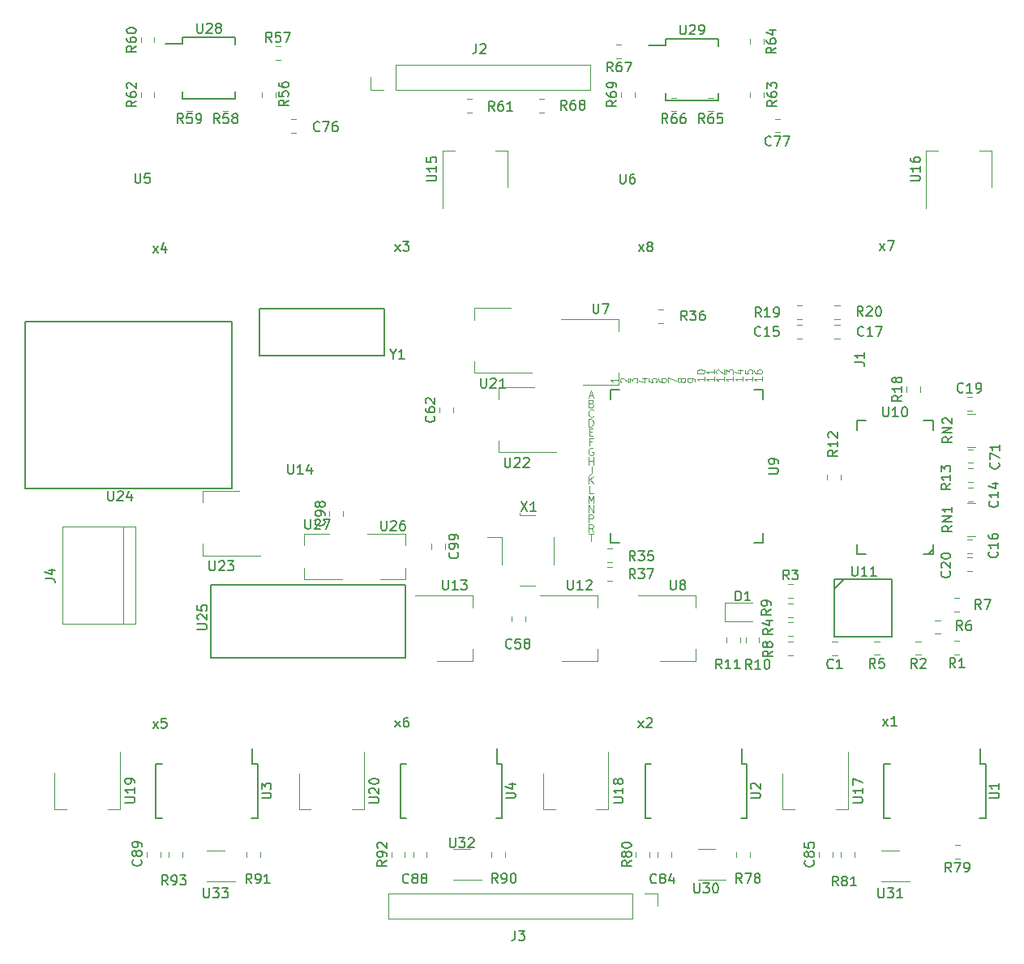
<source format=gbr>
G04 #@! TF.GenerationSoftware,KiCad,Pcbnew,5.0.2+dfsg1-1*
G04 #@! TF.CreationDate,2021-05-05T10:51:01+02:00*
G04 #@! TF.ProjectId,fpga_adda,66706761-5f61-4646-9461-2e6b69636164,rev?*
G04 #@! TF.SameCoordinates,Original*
G04 #@! TF.FileFunction,Legend,Top*
G04 #@! TF.FilePolarity,Positive*
%FSLAX46Y46*%
G04 Gerber Fmt 4.6, Leading zero omitted, Abs format (unit mm)*
G04 Created by KiCad (PCBNEW 5.0.2+dfsg1-1) date Wed 05 May 2021 10:51:01 AM CEST*
%MOMM*%
%LPD*%
G01*
G04 APERTURE LIST*
%ADD10C,0.120000*%
%ADD11C,0.150000*%
G04 APERTURE END LIST*
D10*
G04 #@! TO.C,C98*
X70810000Y-93261252D02*
X70810000Y-92738748D01*
X69390000Y-93261252D02*
X69390000Y-92738748D01*
G04 #@! TO.C,C99*
X81460000Y-96163748D02*
X81460000Y-96686252D01*
X80040000Y-96163748D02*
X80040000Y-96686252D01*
G04 #@! TO.C,J4*
X47890000Y-94380000D02*
X47890000Y-104540000D01*
X49160000Y-94380000D02*
X41540000Y-94380000D01*
X41540000Y-94380000D02*
X41540000Y-104540000D01*
X41540000Y-104540000D02*
X49160000Y-104540000D01*
X49160000Y-104540000D02*
X49160000Y-94380000D01*
G04 #@! TO.C,J2*
X96650000Y-48730000D02*
X96650000Y-46070000D01*
X76270000Y-48730000D02*
X96650000Y-48730000D01*
X76270000Y-46070000D02*
X96650000Y-46070000D01*
X76270000Y-48730000D02*
X76270000Y-46070000D01*
X75000000Y-48730000D02*
X73670000Y-48730000D01*
X73670000Y-48730000D02*
X73670000Y-47400000D01*
G04 #@! TO.C,J3*
X75570000Y-132670000D02*
X75570000Y-135330000D01*
X101030000Y-132670000D02*
X75570000Y-132670000D01*
X101030000Y-135330000D02*
X75570000Y-135330000D01*
X101030000Y-132670000D02*
X101030000Y-135330000D01*
X102300000Y-132670000D02*
X103630000Y-132670000D01*
X103630000Y-132670000D02*
X103630000Y-134000000D01*
G04 #@! TO.C,C84*
X105110000Y-128886252D02*
X105110000Y-128363748D01*
X103690000Y-128886252D02*
X103690000Y-128363748D01*
G04 #@! TO.C,C85*
X120490000Y-128886252D02*
X120490000Y-128363748D01*
X121910000Y-128886252D02*
X121910000Y-128363748D01*
G04 #@! TO.C,C88*
X78140000Y-128886252D02*
X78140000Y-128363748D01*
X79560000Y-128886252D02*
X79560000Y-128363748D01*
G04 #@! TO.C,C89*
X51710000Y-128886252D02*
X51710000Y-128363748D01*
X50290000Y-128886252D02*
X50290000Y-128363748D01*
G04 #@! TO.C,U32*
X82300000Y-131310000D02*
X85250000Y-131310000D01*
X84100000Y-128090000D02*
X82300000Y-128090000D01*
G04 #@! TO.C,U31*
X128850000Y-128190000D02*
X127050000Y-128190000D01*
X127050000Y-131410000D02*
X130000000Y-131410000D01*
G04 #@! TO.C,U33*
X56600000Y-131410000D02*
X59550000Y-131410000D01*
X58400000Y-128190000D02*
X56600000Y-128190000D01*
G04 #@! TO.C,U30*
X109650000Y-128090000D02*
X107850000Y-128090000D01*
X107850000Y-131310000D02*
X110800000Y-131310000D01*
G04 #@! TO.C,R78*
X113310000Y-128886252D02*
X113310000Y-128363748D01*
X111890000Y-128886252D02*
X111890000Y-128363748D01*
G04 #@! TO.C,R80*
X101390000Y-128886252D02*
X101390000Y-128363748D01*
X102810000Y-128886252D02*
X102810000Y-128363748D01*
G04 #@! TO.C,R81*
X124210000Y-128886252D02*
X124210000Y-128363748D01*
X122790000Y-128886252D02*
X122790000Y-128363748D01*
G04 #@! TO.C,R90*
X86290000Y-128886252D02*
X86290000Y-128363748D01*
X87710000Y-128886252D02*
X87710000Y-128363748D01*
G04 #@! TO.C,R91*
X62160000Y-128886252D02*
X62160000Y-128363748D01*
X60740000Y-128886252D02*
X60740000Y-128363748D01*
G04 #@! TO.C,R92*
X75840000Y-128886252D02*
X75840000Y-128363748D01*
X77260000Y-128886252D02*
X77260000Y-128363748D01*
G04 #@! TO.C,R93*
X54010000Y-128886252D02*
X54010000Y-128363748D01*
X52590000Y-128886252D02*
X52590000Y-128363748D01*
G04 #@! TO.C,R79*
X135211252Y-129060000D02*
X134688748Y-129060000D01*
X135211252Y-127640000D02*
X134688748Y-127640000D01*
D11*
G04 #@! TO.C,U29*
X104500000Y-44050000D02*
X102750000Y-44050000D01*
X104500000Y-49805000D02*
X110000000Y-49805000D01*
X104500000Y-43395000D02*
X110000000Y-43395000D01*
X104500000Y-49805000D02*
X104500000Y-49055000D01*
X110000000Y-49805000D02*
X110000000Y-49055000D01*
X110000000Y-43395000D02*
X110000000Y-44145000D01*
X104500000Y-43395000D02*
X104500000Y-44050000D01*
G04 #@! TO.C,U28*
X54050000Y-43245000D02*
X54050000Y-43900000D01*
X59550000Y-43245000D02*
X59550000Y-43995000D01*
X59550000Y-49655000D02*
X59550000Y-48905000D01*
X54050000Y-49655000D02*
X54050000Y-48905000D01*
X54050000Y-43245000D02*
X59550000Y-43245000D01*
X54050000Y-49655000D02*
X59550000Y-49655000D01*
X54050000Y-43900000D02*
X52300000Y-43900000D01*
D10*
G04 #@! TO.C,R68*
X91263748Y-51110000D02*
X91786252Y-51110000D01*
X91263748Y-49690000D02*
X91786252Y-49690000D01*
G04 #@! TO.C,R69*
X99840000Y-49461252D02*
X99840000Y-48938748D01*
X101260000Y-49461252D02*
X101260000Y-48938748D01*
G04 #@! TO.C,R66*
X105611252Y-49540000D02*
X105088748Y-49540000D01*
X105611252Y-50960000D02*
X105088748Y-50960000D01*
G04 #@! TO.C,R65*
X108938748Y-49540000D02*
X109461252Y-49540000D01*
X108938748Y-50960000D02*
X109461252Y-50960000D01*
G04 #@! TO.C,R64*
X114710000Y-43911252D02*
X114710000Y-43388748D01*
X113290000Y-43911252D02*
X113290000Y-43388748D01*
G04 #@! TO.C,R63*
X113290000Y-49511252D02*
X113290000Y-48988748D01*
X114710000Y-49511252D02*
X114710000Y-48988748D01*
G04 #@! TO.C,R62*
X51110000Y-49486252D02*
X51110000Y-48963748D01*
X49690000Y-49486252D02*
X49690000Y-48963748D01*
G04 #@! TO.C,R61*
X83738748Y-49690000D02*
X84261252Y-49690000D01*
X83738748Y-51110000D02*
X84261252Y-51110000D01*
G04 #@! TO.C,R60*
X51110000Y-43761252D02*
X51110000Y-43238748D01*
X49690000Y-43761252D02*
X49690000Y-43238748D01*
G04 #@! TO.C,R59*
X55011252Y-50960000D02*
X54488748Y-50960000D01*
X55011252Y-49540000D02*
X54488748Y-49540000D01*
G04 #@! TO.C,R58*
X58288748Y-50960000D02*
X58811252Y-50960000D01*
X58288748Y-49540000D02*
X58811252Y-49540000D01*
G04 #@! TO.C,R57*
X63738748Y-44190000D02*
X64261252Y-44190000D01*
X63738748Y-45610000D02*
X64261252Y-45610000D01*
G04 #@! TO.C,R56*
X63760000Y-49486252D02*
X63760000Y-48963748D01*
X62340000Y-49486252D02*
X62340000Y-48963748D01*
G04 #@! TO.C,R67*
X99861252Y-45410000D02*
X99338748Y-45410000D01*
X99861252Y-43990000D02*
X99338748Y-43990000D01*
G04 #@! TO.C,C76*
X65388748Y-53210000D02*
X65911252Y-53210000D01*
X65388748Y-51790000D02*
X65911252Y-51790000D01*
G04 #@! TO.C,C77*
X116411252Y-53160000D02*
X115888748Y-53160000D01*
X116411252Y-51740000D02*
X115888748Y-51740000D01*
G04 #@! TO.C,U26*
X77360000Y-95100000D02*
X77360000Y-96300000D01*
X73360000Y-95100000D02*
X77360000Y-95100000D01*
X77360000Y-99900000D02*
X74660000Y-99900000D01*
X77360000Y-98700000D02*
X77360000Y-99900000D01*
G04 #@! TO.C,U27*
X66703500Y-96300000D02*
X66703500Y-95100000D01*
X66703500Y-95100000D02*
X69403500Y-95100000D01*
X70703500Y-99900000D02*
X66703500Y-99900000D01*
X66703500Y-99900000D02*
X66703500Y-98700000D01*
D11*
G04 #@! TO.C,U25*
X57020000Y-100480000D02*
X57020000Y-108100000D01*
X57020000Y-108100000D02*
X77340000Y-108100000D01*
X77340000Y-108100000D02*
X77340000Y-100480000D01*
X77340000Y-100480000D02*
X57020000Y-100480000D01*
D10*
G04 #@! TO.C,C71*
X136088748Y-86290000D02*
X136611252Y-86290000D01*
X136088748Y-87710000D02*
X136611252Y-87710000D01*
D11*
G04 #@! TO.C,Y1*
X62100000Y-76500000D02*
X62100000Y-71600000D01*
X75100000Y-76500000D02*
X62100000Y-76500000D01*
X75100000Y-71550000D02*
X75100000Y-76500000D01*
X62100000Y-71550000D02*
X75100000Y-71550000D01*
D10*
G04 #@! TO.C,C62*
X82310000Y-82436252D02*
X82310000Y-81913748D01*
X80890000Y-82436252D02*
X80890000Y-81913748D01*
G04 #@! TO.C,U23*
X62200000Y-97410000D02*
X56190000Y-97410000D01*
X59950000Y-90590000D02*
X56190000Y-90590000D01*
X56190000Y-97410000D02*
X56190000Y-96150000D01*
X56190000Y-90590000D02*
X56190000Y-91850000D01*
D11*
G04 #@! TO.C,U24*
X59200000Y-72950000D02*
X59200000Y-90350000D01*
X37610000Y-72950000D02*
X59200000Y-72950000D01*
X37610000Y-90350000D02*
X59200000Y-90350000D01*
X37610000Y-72950000D02*
X37610000Y-90350000D01*
D10*
G04 #@! TO.C,C58*
X89810000Y-104236252D02*
X89810000Y-103713748D01*
X88390000Y-104236252D02*
X88390000Y-103713748D01*
G04 #@! TO.C,U22*
X93050000Y-86610000D02*
X87040000Y-86610000D01*
X90800000Y-79790000D02*
X87040000Y-79790000D01*
X87040000Y-86610000D02*
X87040000Y-85350000D01*
X87040000Y-79790000D02*
X87040000Y-81050000D01*
G04 #@! TO.C,U21*
X90550000Y-78310000D02*
X84540000Y-78310000D01*
X88300000Y-71490000D02*
X84540000Y-71490000D01*
X84540000Y-78310000D02*
X84540000Y-77050000D01*
X84540000Y-71490000D02*
X84540000Y-72750000D01*
G04 #@! TO.C,U17*
X123510000Y-117900000D02*
X123510000Y-123910000D01*
X116690000Y-120150000D02*
X116690000Y-123910000D01*
X123510000Y-123910000D02*
X122250000Y-123910000D01*
X116690000Y-123910000D02*
X117950000Y-123910000D01*
G04 #@! TO.C,U18*
X98510000Y-117900000D02*
X98510000Y-123910000D01*
X91690000Y-120150000D02*
X91690000Y-123910000D01*
X98510000Y-123910000D02*
X97250000Y-123910000D01*
X91690000Y-123910000D02*
X92950000Y-123910000D01*
G04 #@! TO.C,U19*
X47510000Y-117859880D02*
X47510000Y-123869880D01*
X40690000Y-120109880D02*
X40690000Y-123869880D01*
X47510000Y-123869880D02*
X46250000Y-123869880D01*
X40690000Y-123869880D02*
X41950000Y-123869880D01*
G04 #@! TO.C,U20*
X73010000Y-117900000D02*
X73010000Y-123910000D01*
X66190000Y-120150000D02*
X66190000Y-123910000D01*
X73010000Y-123910000D02*
X71750000Y-123910000D01*
X66190000Y-123910000D02*
X67450000Y-123910000D01*
G04 #@! TO.C,U16*
X131690000Y-61100000D02*
X131690000Y-55090000D01*
X138510000Y-58850000D02*
X138510000Y-55090000D01*
X131690000Y-55090000D02*
X132950000Y-55090000D01*
X138510000Y-55090000D02*
X137250000Y-55090000D01*
G04 #@! TO.C,U15*
X81190000Y-61100000D02*
X81190000Y-55090000D01*
X88010000Y-58850000D02*
X88010000Y-55090000D01*
X81190000Y-55090000D02*
X82450000Y-55090000D01*
X88010000Y-55090000D02*
X86750000Y-55090000D01*
G04 #@! TO.C,U12*
X91400000Y-101590000D02*
X97410000Y-101590000D01*
X93650000Y-108410000D02*
X97410000Y-108410000D01*
X97410000Y-101590000D02*
X97410000Y-102850000D01*
X97410000Y-108410000D02*
X97410000Y-107150000D01*
G04 #@! TO.C,U7*
X93600000Y-72690000D02*
X99610000Y-72690000D01*
X95850000Y-79510000D02*
X99610000Y-79510000D01*
X99610000Y-72690000D02*
X99610000Y-73950000D01*
X99610000Y-79510000D02*
X99610000Y-78250000D01*
G04 #@! TO.C,U13*
X78350000Y-101590000D02*
X84360000Y-101590000D01*
X80600000Y-108410000D02*
X84360000Y-108410000D01*
X84360000Y-101590000D02*
X84360000Y-102850000D01*
X84360000Y-108410000D02*
X84360000Y-107150000D01*
G04 #@! TO.C,U8*
X101650000Y-101590000D02*
X107660000Y-101590000D01*
X103900000Y-108410000D02*
X107660000Y-108410000D01*
X107660000Y-101590000D02*
X107660000Y-102850000D01*
X107660000Y-108410000D02*
X107660000Y-107150000D01*
D11*
G04 #@! TO.C,U9*
X114700000Y-96050000D02*
X114700000Y-95050000D01*
X113700000Y-96050000D02*
X114700000Y-96050000D01*
X98700000Y-96050000D02*
X99700000Y-96050000D01*
X98700000Y-95050000D02*
X98700000Y-96050000D01*
X114700000Y-80050000D02*
X114700000Y-81050000D01*
X113700000Y-80050000D02*
X114700000Y-80050000D01*
X98700000Y-80050000D02*
X99700000Y-80050000D01*
X98700000Y-81050000D02*
X98700000Y-80050000D01*
G04 #@! TO.C,U10*
X132450000Y-96750000D02*
X131950000Y-97250000D01*
X132450000Y-97250000D02*
X132450000Y-96250000D01*
X131450000Y-97250000D02*
X132450000Y-97250000D01*
X124450000Y-97250000D02*
X125450000Y-97250000D01*
X124450000Y-96250000D02*
X124450000Y-97250000D01*
X124450000Y-83250000D02*
X124450000Y-84250000D01*
X125450000Y-83250000D02*
X124450000Y-83250000D01*
X132450000Y-83250000D02*
X131450000Y-83250000D01*
X132450000Y-84250000D02*
X132450000Y-83250000D01*
D10*
G04 #@! TO.C,R37*
X98363748Y-100010000D02*
X98886252Y-100010000D01*
X98363748Y-98590000D02*
X98886252Y-98590000D01*
G04 #@! TO.C,R35*
X98363748Y-98060000D02*
X98886252Y-98060000D01*
X98363748Y-96640000D02*
X98886252Y-96640000D01*
G04 #@! TO.C,R36*
X104236252Y-71690000D02*
X103713748Y-71690000D01*
X104236252Y-73110000D02*
X103713748Y-73110000D01*
G04 #@! TO.C,C16*
X136511252Y-95690000D02*
X135988748Y-95690000D01*
X136511252Y-97110000D02*
X135988748Y-97110000D01*
G04 #@! TO.C,C19*
X136511252Y-80840000D02*
X135988748Y-80840000D01*
X136511252Y-82260000D02*
X135988748Y-82260000D01*
G04 #@! TO.C,C20*
X136511252Y-97590000D02*
X135988748Y-97590000D01*
X136511252Y-99010000D02*
X135988748Y-99010000D01*
G04 #@! TO.C,RN2*
X136800000Y-82580000D02*
X136000000Y-82580000D01*
X136800000Y-86020000D02*
X136000000Y-86020000D01*
G04 #@! TO.C,RN1*
X136800000Y-91930000D02*
X136000000Y-91930000D01*
X136800000Y-95370000D02*
X136000000Y-95370000D01*
G04 #@! TO.C,R20*
X122661252Y-71240000D02*
X122138748Y-71240000D01*
X122661252Y-72660000D02*
X122138748Y-72660000D01*
G04 #@! TO.C,C14*
X136088748Y-91710000D02*
X136611252Y-91710000D01*
X136088748Y-90290000D02*
X136611252Y-90290000D01*
G04 #@! TO.C,C15*
X118711252Y-73290000D02*
X118188748Y-73290000D01*
X118711252Y-74710000D02*
X118188748Y-74710000D01*
G04 #@! TO.C,C17*
X122661252Y-73290000D02*
X122138748Y-73290000D01*
X122661252Y-74710000D02*
X122138748Y-74710000D01*
G04 #@! TO.C,R12*
X121340000Y-88938748D02*
X121340000Y-89461252D01*
X122760000Y-88938748D02*
X122760000Y-89461252D01*
G04 #@! TO.C,R13*
X136088748Y-89710000D02*
X136611252Y-89710000D01*
X136088748Y-88290000D02*
X136611252Y-88290000D01*
G04 #@! TO.C,R19*
X118711252Y-71240000D02*
X118188748Y-71240000D01*
X118711252Y-72660000D02*
X118188748Y-72660000D01*
G04 #@! TO.C,R18*
X131060000Y-80261252D02*
X131060000Y-79738748D01*
X129640000Y-80261252D02*
X129640000Y-79738748D01*
G04 #@! TO.C,D1*
X110690000Y-104260000D02*
X113550000Y-104260000D01*
X110690000Y-102340000D02*
X110690000Y-104260000D01*
X113550000Y-102340000D02*
X110690000Y-102340000D01*
G04 #@! TO.C,R11*
X112260000Y-106461252D02*
X112260000Y-105938748D01*
X110840000Y-106461252D02*
X110840000Y-105938748D01*
G04 #@! TO.C,R10*
X114260000Y-106461252D02*
X114260000Y-105938748D01*
X112840000Y-106461252D02*
X112840000Y-105938748D01*
G04 #@! TO.C,C1*
X122411252Y-106390000D02*
X121888748Y-106390000D01*
X122411252Y-107810000D02*
X121888748Y-107810000D01*
G04 #@! TO.C,R5*
X126811252Y-106340000D02*
X126288748Y-106340000D01*
X126811252Y-107760000D02*
X126288748Y-107760000D01*
G04 #@! TO.C,R7*
X135186252Y-101840000D02*
X134663748Y-101840000D01*
X135186252Y-103260000D02*
X134663748Y-103260000D01*
G04 #@! TO.C,R9*
X117288748Y-103810000D02*
X117811252Y-103810000D01*
X117288748Y-102390000D02*
X117811252Y-102390000D01*
G04 #@! TO.C,R8*
X117288748Y-107810000D02*
X117811252Y-107810000D01*
X117288748Y-106390000D02*
X117811252Y-106390000D01*
G04 #@! TO.C,R6*
X133161252Y-104140000D02*
X132638748Y-104140000D01*
X133161252Y-105560000D02*
X132638748Y-105560000D01*
G04 #@! TO.C,R4*
X117288748Y-105810000D02*
X117811252Y-105810000D01*
X117288748Y-104390000D02*
X117811252Y-104390000D01*
G04 #@! TO.C,R3*
X117811252Y-100390000D02*
X117288748Y-100390000D01*
X117811252Y-101810000D02*
X117288748Y-101810000D01*
G04 #@! TO.C,R2*
X131136252Y-106340000D02*
X130613748Y-106340000D01*
X131136252Y-107760000D02*
X130613748Y-107760000D01*
G04 #@! TO.C,R1*
X135186252Y-106290000D02*
X134663748Y-106290000D01*
X135186252Y-107710000D02*
X134663748Y-107710000D01*
D11*
G04 #@! TO.C,U11*
X122150000Y-99900000D02*
X123150000Y-99900000D01*
X122150000Y-105900000D02*
X122150000Y-99900000D01*
X128150000Y-105900000D02*
X122150000Y-105900000D01*
X128150000Y-99900000D02*
X128150000Y-105900000D01*
X123150000Y-99900000D02*
X128150000Y-99900000D01*
X122150000Y-100900000D02*
X123150000Y-99900000D01*
G04 #@! TO.C,U4*
X86850000Y-119125000D02*
X86850000Y-117525000D01*
X76775000Y-119125000D02*
X76775000Y-124875000D01*
X87425000Y-119125000D02*
X87425000Y-124875000D01*
X76775000Y-119125000D02*
X77425000Y-119125000D01*
X76775000Y-124875000D02*
X77425000Y-124875000D01*
X87425000Y-124875000D02*
X86775000Y-124875000D01*
X87425000Y-119125000D02*
X86850000Y-119125000D01*
G04 #@! TO.C,U3*
X61350000Y-119125000D02*
X61350000Y-117525000D01*
X51275000Y-119125000D02*
X51275000Y-124875000D01*
X61925000Y-119125000D02*
X61925000Y-124875000D01*
X51275000Y-119125000D02*
X51925000Y-119125000D01*
X51275000Y-124875000D02*
X51925000Y-124875000D01*
X61925000Y-124875000D02*
X61275000Y-124875000D01*
X61925000Y-119125000D02*
X61350000Y-119125000D01*
G04 #@! TO.C,U2*
X112425000Y-119125000D02*
X112425000Y-117525000D01*
X102350000Y-119125000D02*
X102350000Y-124875000D01*
X113000000Y-119125000D02*
X113000000Y-124875000D01*
X102350000Y-119125000D02*
X103000000Y-119125000D01*
X102350000Y-124875000D02*
X103000000Y-124875000D01*
X113000000Y-124875000D02*
X112350000Y-124875000D01*
X113000000Y-119125000D02*
X112425000Y-119125000D01*
G04 #@! TO.C,U1*
X137350000Y-119125000D02*
X137350000Y-117525000D01*
X127275000Y-119125000D02*
X127275000Y-124875000D01*
X137925000Y-119125000D02*
X137925000Y-124875000D01*
X127275000Y-119125000D02*
X127925000Y-119125000D01*
X127275000Y-124875000D02*
X127925000Y-124875000D01*
X137925000Y-124875000D02*
X137275000Y-124875000D01*
X137925000Y-119125000D02*
X137350000Y-119125000D01*
D10*
G04 #@! TO.C,X1*
X89300000Y-92930000D02*
X89300000Y-93170000D01*
X89300000Y-93170000D02*
X90900000Y-93170000D01*
X90900000Y-100570000D02*
X89300000Y-100570000D01*
X92840000Y-95430000D02*
X92840000Y-98310000D01*
X87360000Y-98310000D02*
X87360000Y-95430000D01*
X87360000Y-95430000D02*
X85900000Y-95430000D01*
G04 #@! TO.C,C98*
D11*
X68807142Y-93642857D02*
X68854761Y-93690476D01*
X68902380Y-93833333D01*
X68902380Y-93928571D01*
X68854761Y-94071428D01*
X68759523Y-94166666D01*
X68664285Y-94214285D01*
X68473809Y-94261904D01*
X68330952Y-94261904D01*
X68140476Y-94214285D01*
X68045238Y-94166666D01*
X67950000Y-94071428D01*
X67902380Y-93928571D01*
X67902380Y-93833333D01*
X67950000Y-93690476D01*
X67997619Y-93642857D01*
X68902380Y-93166666D02*
X68902380Y-92976190D01*
X68854761Y-92880952D01*
X68807142Y-92833333D01*
X68664285Y-92738095D01*
X68473809Y-92690476D01*
X68092857Y-92690476D01*
X67997619Y-92738095D01*
X67950000Y-92785714D01*
X67902380Y-92880952D01*
X67902380Y-93071428D01*
X67950000Y-93166666D01*
X67997619Y-93214285D01*
X68092857Y-93261904D01*
X68330952Y-93261904D01*
X68426190Y-93214285D01*
X68473809Y-93166666D01*
X68521428Y-93071428D01*
X68521428Y-92880952D01*
X68473809Y-92785714D01*
X68426190Y-92738095D01*
X68330952Y-92690476D01*
X68330952Y-92119047D02*
X68283333Y-92214285D01*
X68235714Y-92261904D01*
X68140476Y-92309523D01*
X68092857Y-92309523D01*
X67997619Y-92261904D01*
X67950000Y-92214285D01*
X67902380Y-92119047D01*
X67902380Y-91928571D01*
X67950000Y-91833333D01*
X67997619Y-91785714D01*
X68092857Y-91738095D01*
X68140476Y-91738095D01*
X68235714Y-91785714D01*
X68283333Y-91833333D01*
X68330952Y-91928571D01*
X68330952Y-92119047D01*
X68378571Y-92214285D01*
X68426190Y-92261904D01*
X68521428Y-92309523D01*
X68711904Y-92309523D01*
X68807142Y-92261904D01*
X68854761Y-92214285D01*
X68902380Y-92119047D01*
X68902380Y-91928571D01*
X68854761Y-91833333D01*
X68807142Y-91785714D01*
X68711904Y-91738095D01*
X68521428Y-91738095D01*
X68426190Y-91785714D01*
X68378571Y-91833333D01*
X68330952Y-91928571D01*
G04 #@! TO.C,C99*
X82757142Y-97067857D02*
X82804761Y-97115476D01*
X82852380Y-97258333D01*
X82852380Y-97353571D01*
X82804761Y-97496428D01*
X82709523Y-97591666D01*
X82614285Y-97639285D01*
X82423809Y-97686904D01*
X82280952Y-97686904D01*
X82090476Y-97639285D01*
X81995238Y-97591666D01*
X81900000Y-97496428D01*
X81852380Y-97353571D01*
X81852380Y-97258333D01*
X81900000Y-97115476D01*
X81947619Y-97067857D01*
X82852380Y-96591666D02*
X82852380Y-96401190D01*
X82804761Y-96305952D01*
X82757142Y-96258333D01*
X82614285Y-96163095D01*
X82423809Y-96115476D01*
X82042857Y-96115476D01*
X81947619Y-96163095D01*
X81900000Y-96210714D01*
X81852380Y-96305952D01*
X81852380Y-96496428D01*
X81900000Y-96591666D01*
X81947619Y-96639285D01*
X82042857Y-96686904D01*
X82280952Y-96686904D01*
X82376190Y-96639285D01*
X82423809Y-96591666D01*
X82471428Y-96496428D01*
X82471428Y-96305952D01*
X82423809Y-96210714D01*
X82376190Y-96163095D01*
X82280952Y-96115476D01*
X82852380Y-95639285D02*
X82852380Y-95448809D01*
X82804761Y-95353571D01*
X82757142Y-95305952D01*
X82614285Y-95210714D01*
X82423809Y-95163095D01*
X82042857Y-95163095D01*
X81947619Y-95210714D01*
X81900000Y-95258333D01*
X81852380Y-95353571D01*
X81852380Y-95544047D01*
X81900000Y-95639285D01*
X81947619Y-95686904D01*
X82042857Y-95734523D01*
X82280952Y-95734523D01*
X82376190Y-95686904D01*
X82423809Y-95639285D01*
X82471428Y-95544047D01*
X82471428Y-95353571D01*
X82423809Y-95258333D01*
X82376190Y-95210714D01*
X82280952Y-95163095D01*
G04 #@! TO.C,J4*
X39722380Y-99793333D02*
X40436666Y-99793333D01*
X40579523Y-99840952D01*
X40674761Y-99936190D01*
X40722380Y-100079047D01*
X40722380Y-100174285D01*
X40055714Y-98888571D02*
X40722380Y-98888571D01*
X39674761Y-99126666D02*
X40389047Y-99364761D01*
X40389047Y-98745714D01*
G04 #@! TO.C,J2*
X84716666Y-43902380D02*
X84716666Y-44616666D01*
X84669047Y-44759523D01*
X84573809Y-44854761D01*
X84430952Y-44902380D01*
X84335714Y-44902380D01*
X85145238Y-43997619D02*
X85192857Y-43950000D01*
X85288095Y-43902380D01*
X85526190Y-43902380D01*
X85621428Y-43950000D01*
X85669047Y-43997619D01*
X85716666Y-44092857D01*
X85716666Y-44188095D01*
X85669047Y-44330952D01*
X85097619Y-44902380D01*
X85716666Y-44902380D01*
G04 #@! TO.C,J3*
X88766666Y-136602380D02*
X88766666Y-137316666D01*
X88719047Y-137459523D01*
X88623809Y-137554761D01*
X88480952Y-137602380D01*
X88385714Y-137602380D01*
X89147619Y-136602380D02*
X89766666Y-136602380D01*
X89433333Y-136983333D01*
X89576190Y-136983333D01*
X89671428Y-137030952D01*
X89719047Y-137078571D01*
X89766666Y-137173809D01*
X89766666Y-137411904D01*
X89719047Y-137507142D01*
X89671428Y-137554761D01*
X89576190Y-137602380D01*
X89290476Y-137602380D01*
X89195238Y-137554761D01*
X89147619Y-137507142D01*
G04 #@! TO.C,C84*
X103507142Y-131557142D02*
X103459523Y-131604761D01*
X103316666Y-131652380D01*
X103221428Y-131652380D01*
X103078571Y-131604761D01*
X102983333Y-131509523D01*
X102935714Y-131414285D01*
X102888095Y-131223809D01*
X102888095Y-131080952D01*
X102935714Y-130890476D01*
X102983333Y-130795238D01*
X103078571Y-130700000D01*
X103221428Y-130652380D01*
X103316666Y-130652380D01*
X103459523Y-130700000D01*
X103507142Y-130747619D01*
X104078571Y-131080952D02*
X103983333Y-131033333D01*
X103935714Y-130985714D01*
X103888095Y-130890476D01*
X103888095Y-130842857D01*
X103935714Y-130747619D01*
X103983333Y-130700000D01*
X104078571Y-130652380D01*
X104269047Y-130652380D01*
X104364285Y-130700000D01*
X104411904Y-130747619D01*
X104459523Y-130842857D01*
X104459523Y-130890476D01*
X104411904Y-130985714D01*
X104364285Y-131033333D01*
X104269047Y-131080952D01*
X104078571Y-131080952D01*
X103983333Y-131128571D01*
X103935714Y-131176190D01*
X103888095Y-131271428D01*
X103888095Y-131461904D01*
X103935714Y-131557142D01*
X103983333Y-131604761D01*
X104078571Y-131652380D01*
X104269047Y-131652380D01*
X104364285Y-131604761D01*
X104411904Y-131557142D01*
X104459523Y-131461904D01*
X104459523Y-131271428D01*
X104411904Y-131176190D01*
X104364285Y-131128571D01*
X104269047Y-131080952D01*
X105316666Y-130985714D02*
X105316666Y-131652380D01*
X105078571Y-130604761D02*
X104840476Y-131319047D01*
X105459523Y-131319047D01*
G04 #@! TO.C,C85*
X119907142Y-129267857D02*
X119954761Y-129315476D01*
X120002380Y-129458333D01*
X120002380Y-129553571D01*
X119954761Y-129696428D01*
X119859523Y-129791666D01*
X119764285Y-129839285D01*
X119573809Y-129886904D01*
X119430952Y-129886904D01*
X119240476Y-129839285D01*
X119145238Y-129791666D01*
X119050000Y-129696428D01*
X119002380Y-129553571D01*
X119002380Y-129458333D01*
X119050000Y-129315476D01*
X119097619Y-129267857D01*
X119430952Y-128696428D02*
X119383333Y-128791666D01*
X119335714Y-128839285D01*
X119240476Y-128886904D01*
X119192857Y-128886904D01*
X119097619Y-128839285D01*
X119050000Y-128791666D01*
X119002380Y-128696428D01*
X119002380Y-128505952D01*
X119050000Y-128410714D01*
X119097619Y-128363095D01*
X119192857Y-128315476D01*
X119240476Y-128315476D01*
X119335714Y-128363095D01*
X119383333Y-128410714D01*
X119430952Y-128505952D01*
X119430952Y-128696428D01*
X119478571Y-128791666D01*
X119526190Y-128839285D01*
X119621428Y-128886904D01*
X119811904Y-128886904D01*
X119907142Y-128839285D01*
X119954761Y-128791666D01*
X120002380Y-128696428D01*
X120002380Y-128505952D01*
X119954761Y-128410714D01*
X119907142Y-128363095D01*
X119811904Y-128315476D01*
X119621428Y-128315476D01*
X119526190Y-128363095D01*
X119478571Y-128410714D01*
X119430952Y-128505952D01*
X119002380Y-127410714D02*
X119002380Y-127886904D01*
X119478571Y-127934523D01*
X119430952Y-127886904D01*
X119383333Y-127791666D01*
X119383333Y-127553571D01*
X119430952Y-127458333D01*
X119478571Y-127410714D01*
X119573809Y-127363095D01*
X119811904Y-127363095D01*
X119907142Y-127410714D01*
X119954761Y-127458333D01*
X120002380Y-127553571D01*
X120002380Y-127791666D01*
X119954761Y-127886904D01*
X119907142Y-127934523D01*
G04 #@! TO.C,C88*
X77657142Y-131557142D02*
X77609523Y-131604761D01*
X77466666Y-131652380D01*
X77371428Y-131652380D01*
X77228571Y-131604761D01*
X77133333Y-131509523D01*
X77085714Y-131414285D01*
X77038095Y-131223809D01*
X77038095Y-131080952D01*
X77085714Y-130890476D01*
X77133333Y-130795238D01*
X77228571Y-130700000D01*
X77371428Y-130652380D01*
X77466666Y-130652380D01*
X77609523Y-130700000D01*
X77657142Y-130747619D01*
X78228571Y-131080952D02*
X78133333Y-131033333D01*
X78085714Y-130985714D01*
X78038095Y-130890476D01*
X78038095Y-130842857D01*
X78085714Y-130747619D01*
X78133333Y-130700000D01*
X78228571Y-130652380D01*
X78419047Y-130652380D01*
X78514285Y-130700000D01*
X78561904Y-130747619D01*
X78609523Y-130842857D01*
X78609523Y-130890476D01*
X78561904Y-130985714D01*
X78514285Y-131033333D01*
X78419047Y-131080952D01*
X78228571Y-131080952D01*
X78133333Y-131128571D01*
X78085714Y-131176190D01*
X78038095Y-131271428D01*
X78038095Y-131461904D01*
X78085714Y-131557142D01*
X78133333Y-131604761D01*
X78228571Y-131652380D01*
X78419047Y-131652380D01*
X78514285Y-131604761D01*
X78561904Y-131557142D01*
X78609523Y-131461904D01*
X78609523Y-131271428D01*
X78561904Y-131176190D01*
X78514285Y-131128571D01*
X78419047Y-131080952D01*
X79180952Y-131080952D02*
X79085714Y-131033333D01*
X79038095Y-130985714D01*
X78990476Y-130890476D01*
X78990476Y-130842857D01*
X79038095Y-130747619D01*
X79085714Y-130700000D01*
X79180952Y-130652380D01*
X79371428Y-130652380D01*
X79466666Y-130700000D01*
X79514285Y-130747619D01*
X79561904Y-130842857D01*
X79561904Y-130890476D01*
X79514285Y-130985714D01*
X79466666Y-131033333D01*
X79371428Y-131080952D01*
X79180952Y-131080952D01*
X79085714Y-131128571D01*
X79038095Y-131176190D01*
X78990476Y-131271428D01*
X78990476Y-131461904D01*
X79038095Y-131557142D01*
X79085714Y-131604761D01*
X79180952Y-131652380D01*
X79371428Y-131652380D01*
X79466666Y-131604761D01*
X79514285Y-131557142D01*
X79561904Y-131461904D01*
X79561904Y-131271428D01*
X79514285Y-131176190D01*
X79466666Y-131128571D01*
X79371428Y-131080952D01*
G04 #@! TO.C,C89*
X49707142Y-129192857D02*
X49754761Y-129240476D01*
X49802380Y-129383333D01*
X49802380Y-129478571D01*
X49754761Y-129621428D01*
X49659523Y-129716666D01*
X49564285Y-129764285D01*
X49373809Y-129811904D01*
X49230952Y-129811904D01*
X49040476Y-129764285D01*
X48945238Y-129716666D01*
X48850000Y-129621428D01*
X48802380Y-129478571D01*
X48802380Y-129383333D01*
X48850000Y-129240476D01*
X48897619Y-129192857D01*
X49230952Y-128621428D02*
X49183333Y-128716666D01*
X49135714Y-128764285D01*
X49040476Y-128811904D01*
X48992857Y-128811904D01*
X48897619Y-128764285D01*
X48850000Y-128716666D01*
X48802380Y-128621428D01*
X48802380Y-128430952D01*
X48850000Y-128335714D01*
X48897619Y-128288095D01*
X48992857Y-128240476D01*
X49040476Y-128240476D01*
X49135714Y-128288095D01*
X49183333Y-128335714D01*
X49230952Y-128430952D01*
X49230952Y-128621428D01*
X49278571Y-128716666D01*
X49326190Y-128764285D01*
X49421428Y-128811904D01*
X49611904Y-128811904D01*
X49707142Y-128764285D01*
X49754761Y-128716666D01*
X49802380Y-128621428D01*
X49802380Y-128430952D01*
X49754761Y-128335714D01*
X49707142Y-128288095D01*
X49611904Y-128240476D01*
X49421428Y-128240476D01*
X49326190Y-128288095D01*
X49278571Y-128335714D01*
X49230952Y-128430952D01*
X49802380Y-127764285D02*
X49802380Y-127573809D01*
X49754761Y-127478571D01*
X49707142Y-127430952D01*
X49564285Y-127335714D01*
X49373809Y-127288095D01*
X48992857Y-127288095D01*
X48897619Y-127335714D01*
X48850000Y-127383333D01*
X48802380Y-127478571D01*
X48802380Y-127669047D01*
X48850000Y-127764285D01*
X48897619Y-127811904D01*
X48992857Y-127859523D01*
X49230952Y-127859523D01*
X49326190Y-127811904D01*
X49373809Y-127764285D01*
X49421428Y-127669047D01*
X49421428Y-127478571D01*
X49373809Y-127383333D01*
X49326190Y-127335714D01*
X49230952Y-127288095D01*
G04 #@! TO.C,U32*
X81961904Y-126902380D02*
X81961904Y-127711904D01*
X82009523Y-127807142D01*
X82057142Y-127854761D01*
X82152380Y-127902380D01*
X82342857Y-127902380D01*
X82438095Y-127854761D01*
X82485714Y-127807142D01*
X82533333Y-127711904D01*
X82533333Y-126902380D01*
X82914285Y-126902380D02*
X83533333Y-126902380D01*
X83200000Y-127283333D01*
X83342857Y-127283333D01*
X83438095Y-127330952D01*
X83485714Y-127378571D01*
X83533333Y-127473809D01*
X83533333Y-127711904D01*
X83485714Y-127807142D01*
X83438095Y-127854761D01*
X83342857Y-127902380D01*
X83057142Y-127902380D01*
X82961904Y-127854761D01*
X82914285Y-127807142D01*
X83914285Y-126997619D02*
X83961904Y-126950000D01*
X84057142Y-126902380D01*
X84295238Y-126902380D01*
X84390476Y-126950000D01*
X84438095Y-126997619D01*
X84485714Y-127092857D01*
X84485714Y-127188095D01*
X84438095Y-127330952D01*
X83866666Y-127902380D01*
X84485714Y-127902380D01*
G04 #@! TO.C,U31*
X126711904Y-132152380D02*
X126711904Y-132961904D01*
X126759523Y-133057142D01*
X126807142Y-133104761D01*
X126902380Y-133152380D01*
X127092857Y-133152380D01*
X127188095Y-133104761D01*
X127235714Y-133057142D01*
X127283333Y-132961904D01*
X127283333Y-132152380D01*
X127664285Y-132152380D02*
X128283333Y-132152380D01*
X127950000Y-132533333D01*
X128092857Y-132533333D01*
X128188095Y-132580952D01*
X128235714Y-132628571D01*
X128283333Y-132723809D01*
X128283333Y-132961904D01*
X128235714Y-133057142D01*
X128188095Y-133104761D01*
X128092857Y-133152380D01*
X127807142Y-133152380D01*
X127711904Y-133104761D01*
X127664285Y-133057142D01*
X129235714Y-133152380D02*
X128664285Y-133152380D01*
X128950000Y-133152380D02*
X128950000Y-132152380D01*
X128854761Y-132295238D01*
X128759523Y-132390476D01*
X128664285Y-132438095D01*
G04 #@! TO.C,U33*
X56261904Y-132152380D02*
X56261904Y-132961904D01*
X56309523Y-133057142D01*
X56357142Y-133104761D01*
X56452380Y-133152380D01*
X56642857Y-133152380D01*
X56738095Y-133104761D01*
X56785714Y-133057142D01*
X56833333Y-132961904D01*
X56833333Y-132152380D01*
X57214285Y-132152380D02*
X57833333Y-132152380D01*
X57500000Y-132533333D01*
X57642857Y-132533333D01*
X57738095Y-132580952D01*
X57785714Y-132628571D01*
X57833333Y-132723809D01*
X57833333Y-132961904D01*
X57785714Y-133057142D01*
X57738095Y-133104761D01*
X57642857Y-133152380D01*
X57357142Y-133152380D01*
X57261904Y-133104761D01*
X57214285Y-133057142D01*
X58166666Y-132152380D02*
X58785714Y-132152380D01*
X58452380Y-132533333D01*
X58595238Y-132533333D01*
X58690476Y-132580952D01*
X58738095Y-132628571D01*
X58785714Y-132723809D01*
X58785714Y-132961904D01*
X58738095Y-133057142D01*
X58690476Y-133104761D01*
X58595238Y-133152380D01*
X58309523Y-133152380D01*
X58214285Y-133104761D01*
X58166666Y-133057142D01*
G04 #@! TO.C,U30*
X107461904Y-131652380D02*
X107461904Y-132461904D01*
X107509523Y-132557142D01*
X107557142Y-132604761D01*
X107652380Y-132652380D01*
X107842857Y-132652380D01*
X107938095Y-132604761D01*
X107985714Y-132557142D01*
X108033333Y-132461904D01*
X108033333Y-131652380D01*
X108414285Y-131652380D02*
X109033333Y-131652380D01*
X108700000Y-132033333D01*
X108842857Y-132033333D01*
X108938095Y-132080952D01*
X108985714Y-132128571D01*
X109033333Y-132223809D01*
X109033333Y-132461904D01*
X108985714Y-132557142D01*
X108938095Y-132604761D01*
X108842857Y-132652380D01*
X108557142Y-132652380D01*
X108461904Y-132604761D01*
X108414285Y-132557142D01*
X109652380Y-131652380D02*
X109747619Y-131652380D01*
X109842857Y-131700000D01*
X109890476Y-131747619D01*
X109938095Y-131842857D01*
X109985714Y-132033333D01*
X109985714Y-132271428D01*
X109938095Y-132461904D01*
X109890476Y-132557142D01*
X109842857Y-132604761D01*
X109747619Y-132652380D01*
X109652380Y-132652380D01*
X109557142Y-132604761D01*
X109509523Y-132557142D01*
X109461904Y-132461904D01*
X109414285Y-132271428D01*
X109414285Y-132033333D01*
X109461904Y-131842857D01*
X109509523Y-131747619D01*
X109557142Y-131700000D01*
X109652380Y-131652380D01*
G04 #@! TO.C,R78*
X112457142Y-131602380D02*
X112123809Y-131126190D01*
X111885714Y-131602380D02*
X111885714Y-130602380D01*
X112266666Y-130602380D01*
X112361904Y-130650000D01*
X112409523Y-130697619D01*
X112457142Y-130792857D01*
X112457142Y-130935714D01*
X112409523Y-131030952D01*
X112361904Y-131078571D01*
X112266666Y-131126190D01*
X111885714Y-131126190D01*
X112790476Y-130602380D02*
X113457142Y-130602380D01*
X113028571Y-131602380D01*
X113980952Y-131030952D02*
X113885714Y-130983333D01*
X113838095Y-130935714D01*
X113790476Y-130840476D01*
X113790476Y-130792857D01*
X113838095Y-130697619D01*
X113885714Y-130650000D01*
X113980952Y-130602380D01*
X114171428Y-130602380D01*
X114266666Y-130650000D01*
X114314285Y-130697619D01*
X114361904Y-130792857D01*
X114361904Y-130840476D01*
X114314285Y-130935714D01*
X114266666Y-130983333D01*
X114171428Y-131030952D01*
X113980952Y-131030952D01*
X113885714Y-131078571D01*
X113838095Y-131126190D01*
X113790476Y-131221428D01*
X113790476Y-131411904D01*
X113838095Y-131507142D01*
X113885714Y-131554761D01*
X113980952Y-131602380D01*
X114171428Y-131602380D01*
X114266666Y-131554761D01*
X114314285Y-131507142D01*
X114361904Y-131411904D01*
X114361904Y-131221428D01*
X114314285Y-131126190D01*
X114266666Y-131078571D01*
X114171428Y-131030952D01*
G04 #@! TO.C,R80*
X100902380Y-129267857D02*
X100426190Y-129601190D01*
X100902380Y-129839285D02*
X99902380Y-129839285D01*
X99902380Y-129458333D01*
X99950000Y-129363095D01*
X99997619Y-129315476D01*
X100092857Y-129267857D01*
X100235714Y-129267857D01*
X100330952Y-129315476D01*
X100378571Y-129363095D01*
X100426190Y-129458333D01*
X100426190Y-129839285D01*
X100330952Y-128696428D02*
X100283333Y-128791666D01*
X100235714Y-128839285D01*
X100140476Y-128886904D01*
X100092857Y-128886904D01*
X99997619Y-128839285D01*
X99950000Y-128791666D01*
X99902380Y-128696428D01*
X99902380Y-128505952D01*
X99950000Y-128410714D01*
X99997619Y-128363095D01*
X100092857Y-128315476D01*
X100140476Y-128315476D01*
X100235714Y-128363095D01*
X100283333Y-128410714D01*
X100330952Y-128505952D01*
X100330952Y-128696428D01*
X100378571Y-128791666D01*
X100426190Y-128839285D01*
X100521428Y-128886904D01*
X100711904Y-128886904D01*
X100807142Y-128839285D01*
X100854761Y-128791666D01*
X100902380Y-128696428D01*
X100902380Y-128505952D01*
X100854761Y-128410714D01*
X100807142Y-128363095D01*
X100711904Y-128315476D01*
X100521428Y-128315476D01*
X100426190Y-128363095D01*
X100378571Y-128410714D01*
X100330952Y-128505952D01*
X99902380Y-127696428D02*
X99902380Y-127601190D01*
X99950000Y-127505952D01*
X99997619Y-127458333D01*
X100092857Y-127410714D01*
X100283333Y-127363095D01*
X100521428Y-127363095D01*
X100711904Y-127410714D01*
X100807142Y-127458333D01*
X100854761Y-127505952D01*
X100902380Y-127601190D01*
X100902380Y-127696428D01*
X100854761Y-127791666D01*
X100807142Y-127839285D01*
X100711904Y-127886904D01*
X100521428Y-127934523D01*
X100283333Y-127934523D01*
X100092857Y-127886904D01*
X99997619Y-127839285D01*
X99950000Y-127791666D01*
X99902380Y-127696428D01*
G04 #@! TO.C,R81*
X122507142Y-131902380D02*
X122173809Y-131426190D01*
X121935714Y-131902380D02*
X121935714Y-130902380D01*
X122316666Y-130902380D01*
X122411904Y-130950000D01*
X122459523Y-130997619D01*
X122507142Y-131092857D01*
X122507142Y-131235714D01*
X122459523Y-131330952D01*
X122411904Y-131378571D01*
X122316666Y-131426190D01*
X121935714Y-131426190D01*
X123078571Y-131330952D02*
X122983333Y-131283333D01*
X122935714Y-131235714D01*
X122888095Y-131140476D01*
X122888095Y-131092857D01*
X122935714Y-130997619D01*
X122983333Y-130950000D01*
X123078571Y-130902380D01*
X123269047Y-130902380D01*
X123364285Y-130950000D01*
X123411904Y-130997619D01*
X123459523Y-131092857D01*
X123459523Y-131140476D01*
X123411904Y-131235714D01*
X123364285Y-131283333D01*
X123269047Y-131330952D01*
X123078571Y-131330952D01*
X122983333Y-131378571D01*
X122935714Y-131426190D01*
X122888095Y-131521428D01*
X122888095Y-131711904D01*
X122935714Y-131807142D01*
X122983333Y-131854761D01*
X123078571Y-131902380D01*
X123269047Y-131902380D01*
X123364285Y-131854761D01*
X123411904Y-131807142D01*
X123459523Y-131711904D01*
X123459523Y-131521428D01*
X123411904Y-131426190D01*
X123364285Y-131378571D01*
X123269047Y-131330952D01*
X124411904Y-131902380D02*
X123840476Y-131902380D01*
X124126190Y-131902380D02*
X124126190Y-130902380D01*
X124030952Y-131045238D01*
X123935714Y-131140476D01*
X123840476Y-131188095D01*
G04 #@! TO.C,R90*
X86957142Y-131602380D02*
X86623809Y-131126190D01*
X86385714Y-131602380D02*
X86385714Y-130602380D01*
X86766666Y-130602380D01*
X86861904Y-130650000D01*
X86909523Y-130697619D01*
X86957142Y-130792857D01*
X86957142Y-130935714D01*
X86909523Y-131030952D01*
X86861904Y-131078571D01*
X86766666Y-131126190D01*
X86385714Y-131126190D01*
X87433333Y-131602380D02*
X87623809Y-131602380D01*
X87719047Y-131554761D01*
X87766666Y-131507142D01*
X87861904Y-131364285D01*
X87909523Y-131173809D01*
X87909523Y-130792857D01*
X87861904Y-130697619D01*
X87814285Y-130650000D01*
X87719047Y-130602380D01*
X87528571Y-130602380D01*
X87433333Y-130650000D01*
X87385714Y-130697619D01*
X87338095Y-130792857D01*
X87338095Y-131030952D01*
X87385714Y-131126190D01*
X87433333Y-131173809D01*
X87528571Y-131221428D01*
X87719047Y-131221428D01*
X87814285Y-131173809D01*
X87861904Y-131126190D01*
X87909523Y-131030952D01*
X88528571Y-130602380D02*
X88623809Y-130602380D01*
X88719047Y-130650000D01*
X88766666Y-130697619D01*
X88814285Y-130792857D01*
X88861904Y-130983333D01*
X88861904Y-131221428D01*
X88814285Y-131411904D01*
X88766666Y-131507142D01*
X88719047Y-131554761D01*
X88623809Y-131602380D01*
X88528571Y-131602380D01*
X88433333Y-131554761D01*
X88385714Y-131507142D01*
X88338095Y-131411904D01*
X88290476Y-131221428D01*
X88290476Y-130983333D01*
X88338095Y-130792857D01*
X88385714Y-130697619D01*
X88433333Y-130650000D01*
X88528571Y-130602380D01*
G04 #@! TO.C,R91*
X61257142Y-131652380D02*
X60923809Y-131176190D01*
X60685714Y-131652380D02*
X60685714Y-130652380D01*
X61066666Y-130652380D01*
X61161904Y-130700000D01*
X61209523Y-130747619D01*
X61257142Y-130842857D01*
X61257142Y-130985714D01*
X61209523Y-131080952D01*
X61161904Y-131128571D01*
X61066666Y-131176190D01*
X60685714Y-131176190D01*
X61733333Y-131652380D02*
X61923809Y-131652380D01*
X62019047Y-131604761D01*
X62066666Y-131557142D01*
X62161904Y-131414285D01*
X62209523Y-131223809D01*
X62209523Y-130842857D01*
X62161904Y-130747619D01*
X62114285Y-130700000D01*
X62019047Y-130652380D01*
X61828571Y-130652380D01*
X61733333Y-130700000D01*
X61685714Y-130747619D01*
X61638095Y-130842857D01*
X61638095Y-131080952D01*
X61685714Y-131176190D01*
X61733333Y-131223809D01*
X61828571Y-131271428D01*
X62019047Y-131271428D01*
X62114285Y-131223809D01*
X62161904Y-131176190D01*
X62209523Y-131080952D01*
X63161904Y-131652380D02*
X62590476Y-131652380D01*
X62876190Y-131652380D02*
X62876190Y-130652380D01*
X62780952Y-130795238D01*
X62685714Y-130890476D01*
X62590476Y-130938095D01*
G04 #@! TO.C,R92*
X75352380Y-129267857D02*
X74876190Y-129601190D01*
X75352380Y-129839285D02*
X74352380Y-129839285D01*
X74352380Y-129458333D01*
X74400000Y-129363095D01*
X74447619Y-129315476D01*
X74542857Y-129267857D01*
X74685714Y-129267857D01*
X74780952Y-129315476D01*
X74828571Y-129363095D01*
X74876190Y-129458333D01*
X74876190Y-129839285D01*
X75352380Y-128791666D02*
X75352380Y-128601190D01*
X75304761Y-128505952D01*
X75257142Y-128458333D01*
X75114285Y-128363095D01*
X74923809Y-128315476D01*
X74542857Y-128315476D01*
X74447619Y-128363095D01*
X74400000Y-128410714D01*
X74352380Y-128505952D01*
X74352380Y-128696428D01*
X74400000Y-128791666D01*
X74447619Y-128839285D01*
X74542857Y-128886904D01*
X74780952Y-128886904D01*
X74876190Y-128839285D01*
X74923809Y-128791666D01*
X74971428Y-128696428D01*
X74971428Y-128505952D01*
X74923809Y-128410714D01*
X74876190Y-128363095D01*
X74780952Y-128315476D01*
X74447619Y-127934523D02*
X74400000Y-127886904D01*
X74352380Y-127791666D01*
X74352380Y-127553571D01*
X74400000Y-127458333D01*
X74447619Y-127410714D01*
X74542857Y-127363095D01*
X74638095Y-127363095D01*
X74780952Y-127410714D01*
X75352380Y-127982142D01*
X75352380Y-127363095D01*
G04 #@! TO.C,R93*
X52507142Y-131802380D02*
X52173809Y-131326190D01*
X51935714Y-131802380D02*
X51935714Y-130802380D01*
X52316666Y-130802380D01*
X52411904Y-130850000D01*
X52459523Y-130897619D01*
X52507142Y-130992857D01*
X52507142Y-131135714D01*
X52459523Y-131230952D01*
X52411904Y-131278571D01*
X52316666Y-131326190D01*
X51935714Y-131326190D01*
X52983333Y-131802380D02*
X53173809Y-131802380D01*
X53269047Y-131754761D01*
X53316666Y-131707142D01*
X53411904Y-131564285D01*
X53459523Y-131373809D01*
X53459523Y-130992857D01*
X53411904Y-130897619D01*
X53364285Y-130850000D01*
X53269047Y-130802380D01*
X53078571Y-130802380D01*
X52983333Y-130850000D01*
X52935714Y-130897619D01*
X52888095Y-130992857D01*
X52888095Y-131230952D01*
X52935714Y-131326190D01*
X52983333Y-131373809D01*
X53078571Y-131421428D01*
X53269047Y-131421428D01*
X53364285Y-131373809D01*
X53411904Y-131326190D01*
X53459523Y-131230952D01*
X53792857Y-130802380D02*
X54411904Y-130802380D01*
X54078571Y-131183333D01*
X54221428Y-131183333D01*
X54316666Y-131230952D01*
X54364285Y-131278571D01*
X54411904Y-131373809D01*
X54411904Y-131611904D01*
X54364285Y-131707142D01*
X54316666Y-131754761D01*
X54221428Y-131802380D01*
X53935714Y-131802380D01*
X53840476Y-131754761D01*
X53792857Y-131707142D01*
G04 #@! TO.C,R79*
X134307142Y-130452380D02*
X133973809Y-129976190D01*
X133735714Y-130452380D02*
X133735714Y-129452380D01*
X134116666Y-129452380D01*
X134211904Y-129500000D01*
X134259523Y-129547619D01*
X134307142Y-129642857D01*
X134307142Y-129785714D01*
X134259523Y-129880952D01*
X134211904Y-129928571D01*
X134116666Y-129976190D01*
X133735714Y-129976190D01*
X134640476Y-129452380D02*
X135307142Y-129452380D01*
X134878571Y-130452380D01*
X135735714Y-130452380D02*
X135926190Y-130452380D01*
X136021428Y-130404761D01*
X136069047Y-130357142D01*
X136164285Y-130214285D01*
X136211904Y-130023809D01*
X136211904Y-129642857D01*
X136164285Y-129547619D01*
X136116666Y-129500000D01*
X136021428Y-129452380D01*
X135830952Y-129452380D01*
X135735714Y-129500000D01*
X135688095Y-129547619D01*
X135640476Y-129642857D01*
X135640476Y-129880952D01*
X135688095Y-129976190D01*
X135735714Y-130023809D01*
X135830952Y-130071428D01*
X136021428Y-130071428D01*
X136116666Y-130023809D01*
X136164285Y-129976190D01*
X136211904Y-129880952D01*
G04 #@! TO.C,U29*
X106011904Y-41922380D02*
X106011904Y-42731904D01*
X106059523Y-42827142D01*
X106107142Y-42874761D01*
X106202380Y-42922380D01*
X106392857Y-42922380D01*
X106488095Y-42874761D01*
X106535714Y-42827142D01*
X106583333Y-42731904D01*
X106583333Y-41922380D01*
X107011904Y-42017619D02*
X107059523Y-41970000D01*
X107154761Y-41922380D01*
X107392857Y-41922380D01*
X107488095Y-41970000D01*
X107535714Y-42017619D01*
X107583333Y-42112857D01*
X107583333Y-42208095D01*
X107535714Y-42350952D01*
X106964285Y-42922380D01*
X107583333Y-42922380D01*
X108059523Y-42922380D02*
X108250000Y-42922380D01*
X108345238Y-42874761D01*
X108392857Y-42827142D01*
X108488095Y-42684285D01*
X108535714Y-42493809D01*
X108535714Y-42112857D01*
X108488095Y-42017619D01*
X108440476Y-41970000D01*
X108345238Y-41922380D01*
X108154761Y-41922380D01*
X108059523Y-41970000D01*
X108011904Y-42017619D01*
X107964285Y-42112857D01*
X107964285Y-42350952D01*
X108011904Y-42446190D01*
X108059523Y-42493809D01*
X108154761Y-42541428D01*
X108345238Y-42541428D01*
X108440476Y-42493809D01*
X108488095Y-42446190D01*
X108535714Y-42350952D01*
G04 #@! TO.C,U28*
X55561904Y-41772380D02*
X55561904Y-42581904D01*
X55609523Y-42677142D01*
X55657142Y-42724761D01*
X55752380Y-42772380D01*
X55942857Y-42772380D01*
X56038095Y-42724761D01*
X56085714Y-42677142D01*
X56133333Y-42581904D01*
X56133333Y-41772380D01*
X56561904Y-41867619D02*
X56609523Y-41820000D01*
X56704761Y-41772380D01*
X56942857Y-41772380D01*
X57038095Y-41820000D01*
X57085714Y-41867619D01*
X57133333Y-41962857D01*
X57133333Y-42058095D01*
X57085714Y-42200952D01*
X56514285Y-42772380D01*
X57133333Y-42772380D01*
X57704761Y-42200952D02*
X57609523Y-42153333D01*
X57561904Y-42105714D01*
X57514285Y-42010476D01*
X57514285Y-41962857D01*
X57561904Y-41867619D01*
X57609523Y-41820000D01*
X57704761Y-41772380D01*
X57895238Y-41772380D01*
X57990476Y-41820000D01*
X58038095Y-41867619D01*
X58085714Y-41962857D01*
X58085714Y-42010476D01*
X58038095Y-42105714D01*
X57990476Y-42153333D01*
X57895238Y-42200952D01*
X57704761Y-42200952D01*
X57609523Y-42248571D01*
X57561904Y-42296190D01*
X57514285Y-42391428D01*
X57514285Y-42581904D01*
X57561904Y-42677142D01*
X57609523Y-42724761D01*
X57704761Y-42772380D01*
X57895238Y-42772380D01*
X57990476Y-42724761D01*
X58038095Y-42677142D01*
X58085714Y-42581904D01*
X58085714Y-42391428D01*
X58038095Y-42296190D01*
X57990476Y-42248571D01*
X57895238Y-42200952D01*
G04 #@! TO.C,R68*
X94157142Y-50802380D02*
X93823809Y-50326190D01*
X93585714Y-50802380D02*
X93585714Y-49802380D01*
X93966666Y-49802380D01*
X94061904Y-49850000D01*
X94109523Y-49897619D01*
X94157142Y-49992857D01*
X94157142Y-50135714D01*
X94109523Y-50230952D01*
X94061904Y-50278571D01*
X93966666Y-50326190D01*
X93585714Y-50326190D01*
X95014285Y-49802380D02*
X94823809Y-49802380D01*
X94728571Y-49850000D01*
X94680952Y-49897619D01*
X94585714Y-50040476D01*
X94538095Y-50230952D01*
X94538095Y-50611904D01*
X94585714Y-50707142D01*
X94633333Y-50754761D01*
X94728571Y-50802380D01*
X94919047Y-50802380D01*
X95014285Y-50754761D01*
X95061904Y-50707142D01*
X95109523Y-50611904D01*
X95109523Y-50373809D01*
X95061904Y-50278571D01*
X95014285Y-50230952D01*
X94919047Y-50183333D01*
X94728571Y-50183333D01*
X94633333Y-50230952D01*
X94585714Y-50278571D01*
X94538095Y-50373809D01*
X95680952Y-50230952D02*
X95585714Y-50183333D01*
X95538095Y-50135714D01*
X95490476Y-50040476D01*
X95490476Y-49992857D01*
X95538095Y-49897619D01*
X95585714Y-49850000D01*
X95680952Y-49802380D01*
X95871428Y-49802380D01*
X95966666Y-49850000D01*
X96014285Y-49897619D01*
X96061904Y-49992857D01*
X96061904Y-50040476D01*
X96014285Y-50135714D01*
X95966666Y-50183333D01*
X95871428Y-50230952D01*
X95680952Y-50230952D01*
X95585714Y-50278571D01*
X95538095Y-50326190D01*
X95490476Y-50421428D01*
X95490476Y-50611904D01*
X95538095Y-50707142D01*
X95585714Y-50754761D01*
X95680952Y-50802380D01*
X95871428Y-50802380D01*
X95966666Y-50754761D01*
X96014285Y-50707142D01*
X96061904Y-50611904D01*
X96061904Y-50421428D01*
X96014285Y-50326190D01*
X95966666Y-50278571D01*
X95871428Y-50230952D01*
G04 #@! TO.C,R69*
X99352380Y-49842857D02*
X98876190Y-50176190D01*
X99352380Y-50414285D02*
X98352380Y-50414285D01*
X98352380Y-50033333D01*
X98400000Y-49938095D01*
X98447619Y-49890476D01*
X98542857Y-49842857D01*
X98685714Y-49842857D01*
X98780952Y-49890476D01*
X98828571Y-49938095D01*
X98876190Y-50033333D01*
X98876190Y-50414285D01*
X98352380Y-48985714D02*
X98352380Y-49176190D01*
X98400000Y-49271428D01*
X98447619Y-49319047D01*
X98590476Y-49414285D01*
X98780952Y-49461904D01*
X99161904Y-49461904D01*
X99257142Y-49414285D01*
X99304761Y-49366666D01*
X99352380Y-49271428D01*
X99352380Y-49080952D01*
X99304761Y-48985714D01*
X99257142Y-48938095D01*
X99161904Y-48890476D01*
X98923809Y-48890476D01*
X98828571Y-48938095D01*
X98780952Y-48985714D01*
X98733333Y-49080952D01*
X98733333Y-49271428D01*
X98780952Y-49366666D01*
X98828571Y-49414285D01*
X98923809Y-49461904D01*
X99352380Y-48414285D02*
X99352380Y-48223809D01*
X99304761Y-48128571D01*
X99257142Y-48080952D01*
X99114285Y-47985714D01*
X98923809Y-47938095D01*
X98542857Y-47938095D01*
X98447619Y-47985714D01*
X98400000Y-48033333D01*
X98352380Y-48128571D01*
X98352380Y-48319047D01*
X98400000Y-48414285D01*
X98447619Y-48461904D01*
X98542857Y-48509523D01*
X98780952Y-48509523D01*
X98876190Y-48461904D01*
X98923809Y-48414285D01*
X98971428Y-48319047D01*
X98971428Y-48128571D01*
X98923809Y-48033333D01*
X98876190Y-47985714D01*
X98780952Y-47938095D01*
G04 #@! TO.C,R66*
X104707142Y-52202380D02*
X104373809Y-51726190D01*
X104135714Y-52202380D02*
X104135714Y-51202380D01*
X104516666Y-51202380D01*
X104611904Y-51250000D01*
X104659523Y-51297619D01*
X104707142Y-51392857D01*
X104707142Y-51535714D01*
X104659523Y-51630952D01*
X104611904Y-51678571D01*
X104516666Y-51726190D01*
X104135714Y-51726190D01*
X105564285Y-51202380D02*
X105373809Y-51202380D01*
X105278571Y-51250000D01*
X105230952Y-51297619D01*
X105135714Y-51440476D01*
X105088095Y-51630952D01*
X105088095Y-52011904D01*
X105135714Y-52107142D01*
X105183333Y-52154761D01*
X105278571Y-52202380D01*
X105469047Y-52202380D01*
X105564285Y-52154761D01*
X105611904Y-52107142D01*
X105659523Y-52011904D01*
X105659523Y-51773809D01*
X105611904Y-51678571D01*
X105564285Y-51630952D01*
X105469047Y-51583333D01*
X105278571Y-51583333D01*
X105183333Y-51630952D01*
X105135714Y-51678571D01*
X105088095Y-51773809D01*
X106516666Y-51202380D02*
X106326190Y-51202380D01*
X106230952Y-51250000D01*
X106183333Y-51297619D01*
X106088095Y-51440476D01*
X106040476Y-51630952D01*
X106040476Y-52011904D01*
X106088095Y-52107142D01*
X106135714Y-52154761D01*
X106230952Y-52202380D01*
X106421428Y-52202380D01*
X106516666Y-52154761D01*
X106564285Y-52107142D01*
X106611904Y-52011904D01*
X106611904Y-51773809D01*
X106564285Y-51678571D01*
X106516666Y-51630952D01*
X106421428Y-51583333D01*
X106230952Y-51583333D01*
X106135714Y-51630952D01*
X106088095Y-51678571D01*
X106040476Y-51773809D01*
G04 #@! TO.C,R65*
X108557142Y-52202380D02*
X108223809Y-51726190D01*
X107985714Y-52202380D02*
X107985714Y-51202380D01*
X108366666Y-51202380D01*
X108461904Y-51250000D01*
X108509523Y-51297619D01*
X108557142Y-51392857D01*
X108557142Y-51535714D01*
X108509523Y-51630952D01*
X108461904Y-51678571D01*
X108366666Y-51726190D01*
X107985714Y-51726190D01*
X109414285Y-51202380D02*
X109223809Y-51202380D01*
X109128571Y-51250000D01*
X109080952Y-51297619D01*
X108985714Y-51440476D01*
X108938095Y-51630952D01*
X108938095Y-52011904D01*
X108985714Y-52107142D01*
X109033333Y-52154761D01*
X109128571Y-52202380D01*
X109319047Y-52202380D01*
X109414285Y-52154761D01*
X109461904Y-52107142D01*
X109509523Y-52011904D01*
X109509523Y-51773809D01*
X109461904Y-51678571D01*
X109414285Y-51630952D01*
X109319047Y-51583333D01*
X109128571Y-51583333D01*
X109033333Y-51630952D01*
X108985714Y-51678571D01*
X108938095Y-51773809D01*
X110414285Y-51202380D02*
X109938095Y-51202380D01*
X109890476Y-51678571D01*
X109938095Y-51630952D01*
X110033333Y-51583333D01*
X110271428Y-51583333D01*
X110366666Y-51630952D01*
X110414285Y-51678571D01*
X110461904Y-51773809D01*
X110461904Y-52011904D01*
X110414285Y-52107142D01*
X110366666Y-52154761D01*
X110271428Y-52202380D01*
X110033333Y-52202380D01*
X109938095Y-52154761D01*
X109890476Y-52107142D01*
G04 #@! TO.C,R64*
X116002380Y-44292857D02*
X115526190Y-44626190D01*
X116002380Y-44864285D02*
X115002380Y-44864285D01*
X115002380Y-44483333D01*
X115050000Y-44388095D01*
X115097619Y-44340476D01*
X115192857Y-44292857D01*
X115335714Y-44292857D01*
X115430952Y-44340476D01*
X115478571Y-44388095D01*
X115526190Y-44483333D01*
X115526190Y-44864285D01*
X115002380Y-43435714D02*
X115002380Y-43626190D01*
X115050000Y-43721428D01*
X115097619Y-43769047D01*
X115240476Y-43864285D01*
X115430952Y-43911904D01*
X115811904Y-43911904D01*
X115907142Y-43864285D01*
X115954761Y-43816666D01*
X116002380Y-43721428D01*
X116002380Y-43530952D01*
X115954761Y-43435714D01*
X115907142Y-43388095D01*
X115811904Y-43340476D01*
X115573809Y-43340476D01*
X115478571Y-43388095D01*
X115430952Y-43435714D01*
X115383333Y-43530952D01*
X115383333Y-43721428D01*
X115430952Y-43816666D01*
X115478571Y-43864285D01*
X115573809Y-43911904D01*
X115335714Y-42483333D02*
X116002380Y-42483333D01*
X114954761Y-42721428D02*
X115669047Y-42959523D01*
X115669047Y-42340476D01*
G04 #@! TO.C,R63*
X116102380Y-49842857D02*
X115626190Y-50176190D01*
X116102380Y-50414285D02*
X115102380Y-50414285D01*
X115102380Y-50033333D01*
X115150000Y-49938095D01*
X115197619Y-49890476D01*
X115292857Y-49842857D01*
X115435714Y-49842857D01*
X115530952Y-49890476D01*
X115578571Y-49938095D01*
X115626190Y-50033333D01*
X115626190Y-50414285D01*
X115102380Y-48985714D02*
X115102380Y-49176190D01*
X115150000Y-49271428D01*
X115197619Y-49319047D01*
X115340476Y-49414285D01*
X115530952Y-49461904D01*
X115911904Y-49461904D01*
X116007142Y-49414285D01*
X116054761Y-49366666D01*
X116102380Y-49271428D01*
X116102380Y-49080952D01*
X116054761Y-48985714D01*
X116007142Y-48938095D01*
X115911904Y-48890476D01*
X115673809Y-48890476D01*
X115578571Y-48938095D01*
X115530952Y-48985714D01*
X115483333Y-49080952D01*
X115483333Y-49271428D01*
X115530952Y-49366666D01*
X115578571Y-49414285D01*
X115673809Y-49461904D01*
X115102380Y-48557142D02*
X115102380Y-47938095D01*
X115483333Y-48271428D01*
X115483333Y-48128571D01*
X115530952Y-48033333D01*
X115578571Y-47985714D01*
X115673809Y-47938095D01*
X115911904Y-47938095D01*
X116007142Y-47985714D01*
X116054761Y-48033333D01*
X116102380Y-48128571D01*
X116102380Y-48414285D01*
X116054761Y-48509523D01*
X116007142Y-48557142D01*
G04 #@! TO.C,R62*
X49202380Y-49867857D02*
X48726190Y-50201190D01*
X49202380Y-50439285D02*
X48202380Y-50439285D01*
X48202380Y-50058333D01*
X48250000Y-49963095D01*
X48297619Y-49915476D01*
X48392857Y-49867857D01*
X48535714Y-49867857D01*
X48630952Y-49915476D01*
X48678571Y-49963095D01*
X48726190Y-50058333D01*
X48726190Y-50439285D01*
X48202380Y-49010714D02*
X48202380Y-49201190D01*
X48250000Y-49296428D01*
X48297619Y-49344047D01*
X48440476Y-49439285D01*
X48630952Y-49486904D01*
X49011904Y-49486904D01*
X49107142Y-49439285D01*
X49154761Y-49391666D01*
X49202380Y-49296428D01*
X49202380Y-49105952D01*
X49154761Y-49010714D01*
X49107142Y-48963095D01*
X49011904Y-48915476D01*
X48773809Y-48915476D01*
X48678571Y-48963095D01*
X48630952Y-49010714D01*
X48583333Y-49105952D01*
X48583333Y-49296428D01*
X48630952Y-49391666D01*
X48678571Y-49439285D01*
X48773809Y-49486904D01*
X48297619Y-48534523D02*
X48250000Y-48486904D01*
X48202380Y-48391666D01*
X48202380Y-48153571D01*
X48250000Y-48058333D01*
X48297619Y-48010714D01*
X48392857Y-47963095D01*
X48488095Y-47963095D01*
X48630952Y-48010714D01*
X49202380Y-48582142D01*
X49202380Y-47963095D01*
G04 #@! TO.C,R61*
X86607142Y-50902380D02*
X86273809Y-50426190D01*
X86035714Y-50902380D02*
X86035714Y-49902380D01*
X86416666Y-49902380D01*
X86511904Y-49950000D01*
X86559523Y-49997619D01*
X86607142Y-50092857D01*
X86607142Y-50235714D01*
X86559523Y-50330952D01*
X86511904Y-50378571D01*
X86416666Y-50426190D01*
X86035714Y-50426190D01*
X87464285Y-49902380D02*
X87273809Y-49902380D01*
X87178571Y-49950000D01*
X87130952Y-49997619D01*
X87035714Y-50140476D01*
X86988095Y-50330952D01*
X86988095Y-50711904D01*
X87035714Y-50807142D01*
X87083333Y-50854761D01*
X87178571Y-50902380D01*
X87369047Y-50902380D01*
X87464285Y-50854761D01*
X87511904Y-50807142D01*
X87559523Y-50711904D01*
X87559523Y-50473809D01*
X87511904Y-50378571D01*
X87464285Y-50330952D01*
X87369047Y-50283333D01*
X87178571Y-50283333D01*
X87083333Y-50330952D01*
X87035714Y-50378571D01*
X86988095Y-50473809D01*
X88511904Y-50902380D02*
X87940476Y-50902380D01*
X88226190Y-50902380D02*
X88226190Y-49902380D01*
X88130952Y-50045238D01*
X88035714Y-50140476D01*
X87940476Y-50188095D01*
G04 #@! TO.C,R60*
X49202380Y-44142857D02*
X48726190Y-44476190D01*
X49202380Y-44714285D02*
X48202380Y-44714285D01*
X48202380Y-44333333D01*
X48250000Y-44238095D01*
X48297619Y-44190476D01*
X48392857Y-44142857D01*
X48535714Y-44142857D01*
X48630952Y-44190476D01*
X48678571Y-44238095D01*
X48726190Y-44333333D01*
X48726190Y-44714285D01*
X48202380Y-43285714D02*
X48202380Y-43476190D01*
X48250000Y-43571428D01*
X48297619Y-43619047D01*
X48440476Y-43714285D01*
X48630952Y-43761904D01*
X49011904Y-43761904D01*
X49107142Y-43714285D01*
X49154761Y-43666666D01*
X49202380Y-43571428D01*
X49202380Y-43380952D01*
X49154761Y-43285714D01*
X49107142Y-43238095D01*
X49011904Y-43190476D01*
X48773809Y-43190476D01*
X48678571Y-43238095D01*
X48630952Y-43285714D01*
X48583333Y-43380952D01*
X48583333Y-43571428D01*
X48630952Y-43666666D01*
X48678571Y-43714285D01*
X48773809Y-43761904D01*
X48202380Y-42571428D02*
X48202380Y-42476190D01*
X48250000Y-42380952D01*
X48297619Y-42333333D01*
X48392857Y-42285714D01*
X48583333Y-42238095D01*
X48821428Y-42238095D01*
X49011904Y-42285714D01*
X49107142Y-42333333D01*
X49154761Y-42380952D01*
X49202380Y-42476190D01*
X49202380Y-42571428D01*
X49154761Y-42666666D01*
X49107142Y-42714285D01*
X49011904Y-42761904D01*
X48821428Y-42809523D01*
X48583333Y-42809523D01*
X48392857Y-42761904D01*
X48297619Y-42714285D01*
X48250000Y-42666666D01*
X48202380Y-42571428D01*
G04 #@! TO.C,R59*
X54107142Y-52202380D02*
X53773809Y-51726190D01*
X53535714Y-52202380D02*
X53535714Y-51202380D01*
X53916666Y-51202380D01*
X54011904Y-51250000D01*
X54059523Y-51297619D01*
X54107142Y-51392857D01*
X54107142Y-51535714D01*
X54059523Y-51630952D01*
X54011904Y-51678571D01*
X53916666Y-51726190D01*
X53535714Y-51726190D01*
X55011904Y-51202380D02*
X54535714Y-51202380D01*
X54488095Y-51678571D01*
X54535714Y-51630952D01*
X54630952Y-51583333D01*
X54869047Y-51583333D01*
X54964285Y-51630952D01*
X55011904Y-51678571D01*
X55059523Y-51773809D01*
X55059523Y-52011904D01*
X55011904Y-52107142D01*
X54964285Y-52154761D01*
X54869047Y-52202380D01*
X54630952Y-52202380D01*
X54535714Y-52154761D01*
X54488095Y-52107142D01*
X55535714Y-52202380D02*
X55726190Y-52202380D01*
X55821428Y-52154761D01*
X55869047Y-52107142D01*
X55964285Y-51964285D01*
X56011904Y-51773809D01*
X56011904Y-51392857D01*
X55964285Y-51297619D01*
X55916666Y-51250000D01*
X55821428Y-51202380D01*
X55630952Y-51202380D01*
X55535714Y-51250000D01*
X55488095Y-51297619D01*
X55440476Y-51392857D01*
X55440476Y-51630952D01*
X55488095Y-51726190D01*
X55535714Y-51773809D01*
X55630952Y-51821428D01*
X55821428Y-51821428D01*
X55916666Y-51773809D01*
X55964285Y-51726190D01*
X56011904Y-51630952D01*
G04 #@! TO.C,R58*
X57907142Y-52202380D02*
X57573809Y-51726190D01*
X57335714Y-52202380D02*
X57335714Y-51202380D01*
X57716666Y-51202380D01*
X57811904Y-51250000D01*
X57859523Y-51297619D01*
X57907142Y-51392857D01*
X57907142Y-51535714D01*
X57859523Y-51630952D01*
X57811904Y-51678571D01*
X57716666Y-51726190D01*
X57335714Y-51726190D01*
X58811904Y-51202380D02*
X58335714Y-51202380D01*
X58288095Y-51678571D01*
X58335714Y-51630952D01*
X58430952Y-51583333D01*
X58669047Y-51583333D01*
X58764285Y-51630952D01*
X58811904Y-51678571D01*
X58859523Y-51773809D01*
X58859523Y-52011904D01*
X58811904Y-52107142D01*
X58764285Y-52154761D01*
X58669047Y-52202380D01*
X58430952Y-52202380D01*
X58335714Y-52154761D01*
X58288095Y-52107142D01*
X59430952Y-51630952D02*
X59335714Y-51583333D01*
X59288095Y-51535714D01*
X59240476Y-51440476D01*
X59240476Y-51392857D01*
X59288095Y-51297619D01*
X59335714Y-51250000D01*
X59430952Y-51202380D01*
X59621428Y-51202380D01*
X59716666Y-51250000D01*
X59764285Y-51297619D01*
X59811904Y-51392857D01*
X59811904Y-51440476D01*
X59764285Y-51535714D01*
X59716666Y-51583333D01*
X59621428Y-51630952D01*
X59430952Y-51630952D01*
X59335714Y-51678571D01*
X59288095Y-51726190D01*
X59240476Y-51821428D01*
X59240476Y-52011904D01*
X59288095Y-52107142D01*
X59335714Y-52154761D01*
X59430952Y-52202380D01*
X59621428Y-52202380D01*
X59716666Y-52154761D01*
X59764285Y-52107142D01*
X59811904Y-52011904D01*
X59811904Y-51821428D01*
X59764285Y-51726190D01*
X59716666Y-51678571D01*
X59621428Y-51630952D01*
G04 #@! TO.C,R57*
X63357142Y-43702380D02*
X63023809Y-43226190D01*
X62785714Y-43702380D02*
X62785714Y-42702380D01*
X63166666Y-42702380D01*
X63261904Y-42750000D01*
X63309523Y-42797619D01*
X63357142Y-42892857D01*
X63357142Y-43035714D01*
X63309523Y-43130952D01*
X63261904Y-43178571D01*
X63166666Y-43226190D01*
X62785714Y-43226190D01*
X64261904Y-42702380D02*
X63785714Y-42702380D01*
X63738095Y-43178571D01*
X63785714Y-43130952D01*
X63880952Y-43083333D01*
X64119047Y-43083333D01*
X64214285Y-43130952D01*
X64261904Y-43178571D01*
X64309523Y-43273809D01*
X64309523Y-43511904D01*
X64261904Y-43607142D01*
X64214285Y-43654761D01*
X64119047Y-43702380D01*
X63880952Y-43702380D01*
X63785714Y-43654761D01*
X63738095Y-43607142D01*
X64642857Y-42702380D02*
X65309523Y-42702380D01*
X64880952Y-43702380D01*
G04 #@! TO.C,R56*
X65102380Y-49792857D02*
X64626190Y-50126190D01*
X65102380Y-50364285D02*
X64102380Y-50364285D01*
X64102380Y-49983333D01*
X64150000Y-49888095D01*
X64197619Y-49840476D01*
X64292857Y-49792857D01*
X64435714Y-49792857D01*
X64530952Y-49840476D01*
X64578571Y-49888095D01*
X64626190Y-49983333D01*
X64626190Y-50364285D01*
X64102380Y-48888095D02*
X64102380Y-49364285D01*
X64578571Y-49411904D01*
X64530952Y-49364285D01*
X64483333Y-49269047D01*
X64483333Y-49030952D01*
X64530952Y-48935714D01*
X64578571Y-48888095D01*
X64673809Y-48840476D01*
X64911904Y-48840476D01*
X65007142Y-48888095D01*
X65054761Y-48935714D01*
X65102380Y-49030952D01*
X65102380Y-49269047D01*
X65054761Y-49364285D01*
X65007142Y-49411904D01*
X64102380Y-47983333D02*
X64102380Y-48173809D01*
X64150000Y-48269047D01*
X64197619Y-48316666D01*
X64340476Y-48411904D01*
X64530952Y-48459523D01*
X64911904Y-48459523D01*
X65007142Y-48411904D01*
X65054761Y-48364285D01*
X65102380Y-48269047D01*
X65102380Y-48078571D01*
X65054761Y-47983333D01*
X65007142Y-47935714D01*
X64911904Y-47888095D01*
X64673809Y-47888095D01*
X64578571Y-47935714D01*
X64530952Y-47983333D01*
X64483333Y-48078571D01*
X64483333Y-48269047D01*
X64530952Y-48364285D01*
X64578571Y-48411904D01*
X64673809Y-48459523D01*
G04 #@! TO.C,R67*
X98957142Y-46802380D02*
X98623809Y-46326190D01*
X98385714Y-46802380D02*
X98385714Y-45802380D01*
X98766666Y-45802380D01*
X98861904Y-45850000D01*
X98909523Y-45897619D01*
X98957142Y-45992857D01*
X98957142Y-46135714D01*
X98909523Y-46230952D01*
X98861904Y-46278571D01*
X98766666Y-46326190D01*
X98385714Y-46326190D01*
X99814285Y-45802380D02*
X99623809Y-45802380D01*
X99528571Y-45850000D01*
X99480952Y-45897619D01*
X99385714Y-46040476D01*
X99338095Y-46230952D01*
X99338095Y-46611904D01*
X99385714Y-46707142D01*
X99433333Y-46754761D01*
X99528571Y-46802380D01*
X99719047Y-46802380D01*
X99814285Y-46754761D01*
X99861904Y-46707142D01*
X99909523Y-46611904D01*
X99909523Y-46373809D01*
X99861904Y-46278571D01*
X99814285Y-46230952D01*
X99719047Y-46183333D01*
X99528571Y-46183333D01*
X99433333Y-46230952D01*
X99385714Y-46278571D01*
X99338095Y-46373809D01*
X100242857Y-45802380D02*
X100909523Y-45802380D01*
X100480952Y-46802380D01*
G04 #@! TO.C,C76*
X68357142Y-52957142D02*
X68309523Y-53004761D01*
X68166666Y-53052380D01*
X68071428Y-53052380D01*
X67928571Y-53004761D01*
X67833333Y-52909523D01*
X67785714Y-52814285D01*
X67738095Y-52623809D01*
X67738095Y-52480952D01*
X67785714Y-52290476D01*
X67833333Y-52195238D01*
X67928571Y-52100000D01*
X68071428Y-52052380D01*
X68166666Y-52052380D01*
X68309523Y-52100000D01*
X68357142Y-52147619D01*
X68690476Y-52052380D02*
X69357142Y-52052380D01*
X68928571Y-53052380D01*
X70166666Y-52052380D02*
X69976190Y-52052380D01*
X69880952Y-52100000D01*
X69833333Y-52147619D01*
X69738095Y-52290476D01*
X69690476Y-52480952D01*
X69690476Y-52861904D01*
X69738095Y-52957142D01*
X69785714Y-53004761D01*
X69880952Y-53052380D01*
X70071428Y-53052380D01*
X70166666Y-53004761D01*
X70214285Y-52957142D01*
X70261904Y-52861904D01*
X70261904Y-52623809D01*
X70214285Y-52528571D01*
X70166666Y-52480952D01*
X70071428Y-52433333D01*
X69880952Y-52433333D01*
X69785714Y-52480952D01*
X69738095Y-52528571D01*
X69690476Y-52623809D01*
G04 #@! TO.C,C77*
X115507142Y-54457142D02*
X115459523Y-54504761D01*
X115316666Y-54552380D01*
X115221428Y-54552380D01*
X115078571Y-54504761D01*
X114983333Y-54409523D01*
X114935714Y-54314285D01*
X114888095Y-54123809D01*
X114888095Y-53980952D01*
X114935714Y-53790476D01*
X114983333Y-53695238D01*
X115078571Y-53600000D01*
X115221428Y-53552380D01*
X115316666Y-53552380D01*
X115459523Y-53600000D01*
X115507142Y-53647619D01*
X115840476Y-53552380D02*
X116507142Y-53552380D01*
X116078571Y-54552380D01*
X116792857Y-53552380D02*
X117459523Y-53552380D01*
X117030952Y-54552380D01*
G04 #@! TO.C,U26*
X74791904Y-93752380D02*
X74791904Y-94561904D01*
X74839523Y-94657142D01*
X74887142Y-94704761D01*
X74982380Y-94752380D01*
X75172857Y-94752380D01*
X75268095Y-94704761D01*
X75315714Y-94657142D01*
X75363333Y-94561904D01*
X75363333Y-93752380D01*
X75791904Y-93847619D02*
X75839523Y-93800000D01*
X75934761Y-93752380D01*
X76172857Y-93752380D01*
X76268095Y-93800000D01*
X76315714Y-93847619D01*
X76363333Y-93942857D01*
X76363333Y-94038095D01*
X76315714Y-94180952D01*
X75744285Y-94752380D01*
X76363333Y-94752380D01*
X77220476Y-93752380D02*
X77030000Y-93752380D01*
X76934761Y-93800000D01*
X76887142Y-93847619D01*
X76791904Y-93990476D01*
X76744285Y-94180952D01*
X76744285Y-94561904D01*
X76791904Y-94657142D01*
X76839523Y-94704761D01*
X76934761Y-94752380D01*
X77125238Y-94752380D01*
X77220476Y-94704761D01*
X77268095Y-94657142D01*
X77315714Y-94561904D01*
X77315714Y-94323809D01*
X77268095Y-94228571D01*
X77220476Y-94180952D01*
X77125238Y-94133333D01*
X76934761Y-94133333D01*
X76839523Y-94180952D01*
X76791904Y-94228571D01*
X76744285Y-94323809D01*
G04 #@! TO.C,U27*
X66861904Y-93602380D02*
X66861904Y-94411904D01*
X66909523Y-94507142D01*
X66957142Y-94554761D01*
X67052380Y-94602380D01*
X67242857Y-94602380D01*
X67338095Y-94554761D01*
X67385714Y-94507142D01*
X67433333Y-94411904D01*
X67433333Y-93602380D01*
X67861904Y-93697619D02*
X67909523Y-93650000D01*
X68004761Y-93602380D01*
X68242857Y-93602380D01*
X68338095Y-93650000D01*
X68385714Y-93697619D01*
X68433333Y-93792857D01*
X68433333Y-93888095D01*
X68385714Y-94030952D01*
X67814285Y-94602380D01*
X68433333Y-94602380D01*
X68766666Y-93602380D02*
X69433333Y-93602380D01*
X69004761Y-94602380D01*
G04 #@! TO.C,U25*
X55602380Y-105088095D02*
X56411904Y-105088095D01*
X56507142Y-105040476D01*
X56554761Y-104992857D01*
X56602380Y-104897619D01*
X56602380Y-104707142D01*
X56554761Y-104611904D01*
X56507142Y-104564285D01*
X56411904Y-104516666D01*
X55602380Y-104516666D01*
X55697619Y-104088095D02*
X55650000Y-104040476D01*
X55602380Y-103945238D01*
X55602380Y-103707142D01*
X55650000Y-103611904D01*
X55697619Y-103564285D01*
X55792857Y-103516666D01*
X55888095Y-103516666D01*
X56030952Y-103564285D01*
X56602380Y-104135714D01*
X56602380Y-103516666D01*
X55602380Y-102611904D02*
X55602380Y-103088095D01*
X56078571Y-103135714D01*
X56030952Y-103088095D01*
X55983333Y-102992857D01*
X55983333Y-102754761D01*
X56030952Y-102659523D01*
X56078571Y-102611904D01*
X56173809Y-102564285D01*
X56411904Y-102564285D01*
X56507142Y-102611904D01*
X56554761Y-102659523D01*
X56602380Y-102754761D01*
X56602380Y-102992857D01*
X56554761Y-103088095D01*
X56507142Y-103135714D01*
G04 #@! TO.C,C71*
X139257142Y-87692857D02*
X139304761Y-87740476D01*
X139352380Y-87883333D01*
X139352380Y-87978571D01*
X139304761Y-88121428D01*
X139209523Y-88216666D01*
X139114285Y-88264285D01*
X138923809Y-88311904D01*
X138780952Y-88311904D01*
X138590476Y-88264285D01*
X138495238Y-88216666D01*
X138400000Y-88121428D01*
X138352380Y-87978571D01*
X138352380Y-87883333D01*
X138400000Y-87740476D01*
X138447619Y-87692857D01*
X138352380Y-87359523D02*
X138352380Y-86692857D01*
X139352380Y-87121428D01*
X139352380Y-85788095D02*
X139352380Y-86359523D01*
X139352380Y-86073809D02*
X138352380Y-86073809D01*
X138495238Y-86169047D01*
X138590476Y-86264285D01*
X138638095Y-86359523D01*
G04 #@! TO.C,Y1*
X76023809Y-76326190D02*
X76023809Y-76802380D01*
X75690476Y-75802380D02*
X76023809Y-76326190D01*
X76357142Y-75802380D01*
X77214285Y-76802380D02*
X76642857Y-76802380D01*
X76928571Y-76802380D02*
X76928571Y-75802380D01*
X76833333Y-75945238D01*
X76738095Y-76040476D01*
X76642857Y-76088095D01*
G04 #@! TO.C,C62*
X80307142Y-82817857D02*
X80354761Y-82865476D01*
X80402380Y-83008333D01*
X80402380Y-83103571D01*
X80354761Y-83246428D01*
X80259523Y-83341666D01*
X80164285Y-83389285D01*
X79973809Y-83436904D01*
X79830952Y-83436904D01*
X79640476Y-83389285D01*
X79545238Y-83341666D01*
X79450000Y-83246428D01*
X79402380Y-83103571D01*
X79402380Y-83008333D01*
X79450000Y-82865476D01*
X79497619Y-82817857D01*
X79402380Y-81960714D02*
X79402380Y-82151190D01*
X79450000Y-82246428D01*
X79497619Y-82294047D01*
X79640476Y-82389285D01*
X79830952Y-82436904D01*
X80211904Y-82436904D01*
X80307142Y-82389285D01*
X80354761Y-82341666D01*
X80402380Y-82246428D01*
X80402380Y-82055952D01*
X80354761Y-81960714D01*
X80307142Y-81913095D01*
X80211904Y-81865476D01*
X79973809Y-81865476D01*
X79878571Y-81913095D01*
X79830952Y-81960714D01*
X79783333Y-82055952D01*
X79783333Y-82246428D01*
X79830952Y-82341666D01*
X79878571Y-82389285D01*
X79973809Y-82436904D01*
X79497619Y-81484523D02*
X79450000Y-81436904D01*
X79402380Y-81341666D01*
X79402380Y-81103571D01*
X79450000Y-81008333D01*
X79497619Y-80960714D01*
X79592857Y-80913095D01*
X79688095Y-80913095D01*
X79830952Y-80960714D01*
X80402380Y-81532142D01*
X80402380Y-80913095D01*
G04 #@! TO.C,U23*
X56861904Y-97952380D02*
X56861904Y-98761904D01*
X56909523Y-98857142D01*
X56957142Y-98904761D01*
X57052380Y-98952380D01*
X57242857Y-98952380D01*
X57338095Y-98904761D01*
X57385714Y-98857142D01*
X57433333Y-98761904D01*
X57433333Y-97952380D01*
X57861904Y-98047619D02*
X57909523Y-98000000D01*
X58004761Y-97952380D01*
X58242857Y-97952380D01*
X58338095Y-98000000D01*
X58385714Y-98047619D01*
X58433333Y-98142857D01*
X58433333Y-98238095D01*
X58385714Y-98380952D01*
X57814285Y-98952380D01*
X58433333Y-98952380D01*
X58766666Y-97952380D02*
X59385714Y-97952380D01*
X59052380Y-98333333D01*
X59195238Y-98333333D01*
X59290476Y-98380952D01*
X59338095Y-98428571D01*
X59385714Y-98523809D01*
X59385714Y-98761904D01*
X59338095Y-98857142D01*
X59290476Y-98904761D01*
X59195238Y-98952380D01*
X58909523Y-98952380D01*
X58814285Y-98904761D01*
X58766666Y-98857142D01*
G04 #@! TO.C,U24*
X46261904Y-90652380D02*
X46261904Y-91461904D01*
X46309523Y-91557142D01*
X46357142Y-91604761D01*
X46452380Y-91652380D01*
X46642857Y-91652380D01*
X46738095Y-91604761D01*
X46785714Y-91557142D01*
X46833333Y-91461904D01*
X46833333Y-90652380D01*
X47261904Y-90747619D02*
X47309523Y-90700000D01*
X47404761Y-90652380D01*
X47642857Y-90652380D01*
X47738095Y-90700000D01*
X47785714Y-90747619D01*
X47833333Y-90842857D01*
X47833333Y-90938095D01*
X47785714Y-91080952D01*
X47214285Y-91652380D01*
X47833333Y-91652380D01*
X48690476Y-90985714D02*
X48690476Y-91652380D01*
X48452380Y-90604761D02*
X48214285Y-91319047D01*
X48833333Y-91319047D01*
G04 #@! TO.C,U14*
X65061904Y-87852380D02*
X65061904Y-88661904D01*
X65109523Y-88757142D01*
X65157142Y-88804761D01*
X65252380Y-88852380D01*
X65442857Y-88852380D01*
X65538095Y-88804761D01*
X65585714Y-88757142D01*
X65633333Y-88661904D01*
X65633333Y-87852380D01*
X66633333Y-88852380D02*
X66061904Y-88852380D01*
X66347619Y-88852380D02*
X66347619Y-87852380D01*
X66252380Y-87995238D01*
X66157142Y-88090476D01*
X66061904Y-88138095D01*
X67490476Y-88185714D02*
X67490476Y-88852380D01*
X67252380Y-87804761D02*
X67014285Y-88519047D01*
X67633333Y-88519047D01*
G04 #@! TO.C,C58*
X88407142Y-107007142D02*
X88359523Y-107054761D01*
X88216666Y-107102380D01*
X88121428Y-107102380D01*
X87978571Y-107054761D01*
X87883333Y-106959523D01*
X87835714Y-106864285D01*
X87788095Y-106673809D01*
X87788095Y-106530952D01*
X87835714Y-106340476D01*
X87883333Y-106245238D01*
X87978571Y-106150000D01*
X88121428Y-106102380D01*
X88216666Y-106102380D01*
X88359523Y-106150000D01*
X88407142Y-106197619D01*
X89311904Y-106102380D02*
X88835714Y-106102380D01*
X88788095Y-106578571D01*
X88835714Y-106530952D01*
X88930952Y-106483333D01*
X89169047Y-106483333D01*
X89264285Y-106530952D01*
X89311904Y-106578571D01*
X89359523Y-106673809D01*
X89359523Y-106911904D01*
X89311904Y-107007142D01*
X89264285Y-107054761D01*
X89169047Y-107102380D01*
X88930952Y-107102380D01*
X88835714Y-107054761D01*
X88788095Y-107007142D01*
X89930952Y-106530952D02*
X89835714Y-106483333D01*
X89788095Y-106435714D01*
X89740476Y-106340476D01*
X89740476Y-106292857D01*
X89788095Y-106197619D01*
X89835714Y-106150000D01*
X89930952Y-106102380D01*
X90121428Y-106102380D01*
X90216666Y-106150000D01*
X90264285Y-106197619D01*
X90311904Y-106292857D01*
X90311904Y-106340476D01*
X90264285Y-106435714D01*
X90216666Y-106483333D01*
X90121428Y-106530952D01*
X89930952Y-106530952D01*
X89835714Y-106578571D01*
X89788095Y-106626190D01*
X89740476Y-106721428D01*
X89740476Y-106911904D01*
X89788095Y-107007142D01*
X89835714Y-107054761D01*
X89930952Y-107102380D01*
X90121428Y-107102380D01*
X90216666Y-107054761D01*
X90264285Y-107007142D01*
X90311904Y-106911904D01*
X90311904Y-106721428D01*
X90264285Y-106626190D01*
X90216666Y-106578571D01*
X90121428Y-106530952D01*
G04 #@! TO.C,U22*
X87711904Y-87152380D02*
X87711904Y-87961904D01*
X87759523Y-88057142D01*
X87807142Y-88104761D01*
X87902380Y-88152380D01*
X88092857Y-88152380D01*
X88188095Y-88104761D01*
X88235714Y-88057142D01*
X88283333Y-87961904D01*
X88283333Y-87152380D01*
X88711904Y-87247619D02*
X88759523Y-87200000D01*
X88854761Y-87152380D01*
X89092857Y-87152380D01*
X89188095Y-87200000D01*
X89235714Y-87247619D01*
X89283333Y-87342857D01*
X89283333Y-87438095D01*
X89235714Y-87580952D01*
X88664285Y-88152380D01*
X89283333Y-88152380D01*
X89664285Y-87247619D02*
X89711904Y-87200000D01*
X89807142Y-87152380D01*
X90045238Y-87152380D01*
X90140476Y-87200000D01*
X90188095Y-87247619D01*
X90235714Y-87342857D01*
X90235714Y-87438095D01*
X90188095Y-87580952D01*
X89616666Y-88152380D01*
X90235714Y-88152380D01*
G04 #@! TO.C,U21*
X85211904Y-78852380D02*
X85211904Y-79661904D01*
X85259523Y-79757142D01*
X85307142Y-79804761D01*
X85402380Y-79852380D01*
X85592857Y-79852380D01*
X85688095Y-79804761D01*
X85735714Y-79757142D01*
X85783333Y-79661904D01*
X85783333Y-78852380D01*
X86211904Y-78947619D02*
X86259523Y-78900000D01*
X86354761Y-78852380D01*
X86592857Y-78852380D01*
X86688095Y-78900000D01*
X86735714Y-78947619D01*
X86783333Y-79042857D01*
X86783333Y-79138095D01*
X86735714Y-79280952D01*
X86164285Y-79852380D01*
X86783333Y-79852380D01*
X87735714Y-79852380D02*
X87164285Y-79852380D01*
X87450000Y-79852380D02*
X87450000Y-78852380D01*
X87354761Y-78995238D01*
X87259523Y-79090476D01*
X87164285Y-79138095D01*
G04 #@! TO.C,U17*
X124052380Y-123238095D02*
X124861904Y-123238095D01*
X124957142Y-123190476D01*
X125004761Y-123142857D01*
X125052380Y-123047619D01*
X125052380Y-122857142D01*
X125004761Y-122761904D01*
X124957142Y-122714285D01*
X124861904Y-122666666D01*
X124052380Y-122666666D01*
X125052380Y-121666666D02*
X125052380Y-122238095D01*
X125052380Y-121952380D02*
X124052380Y-121952380D01*
X124195238Y-122047619D01*
X124290476Y-122142857D01*
X124338095Y-122238095D01*
X124052380Y-121333333D02*
X124052380Y-120666666D01*
X125052380Y-121095238D01*
G04 #@! TO.C,U18*
X99052380Y-123238095D02*
X99861904Y-123238095D01*
X99957142Y-123190476D01*
X100004761Y-123142857D01*
X100052380Y-123047619D01*
X100052380Y-122857142D01*
X100004761Y-122761904D01*
X99957142Y-122714285D01*
X99861904Y-122666666D01*
X99052380Y-122666666D01*
X100052380Y-121666666D02*
X100052380Y-122238095D01*
X100052380Y-121952380D02*
X99052380Y-121952380D01*
X99195238Y-122047619D01*
X99290476Y-122142857D01*
X99338095Y-122238095D01*
X99480952Y-121095238D02*
X99433333Y-121190476D01*
X99385714Y-121238095D01*
X99290476Y-121285714D01*
X99242857Y-121285714D01*
X99147619Y-121238095D01*
X99100000Y-121190476D01*
X99052380Y-121095238D01*
X99052380Y-120904761D01*
X99100000Y-120809523D01*
X99147619Y-120761904D01*
X99242857Y-120714285D01*
X99290476Y-120714285D01*
X99385714Y-120761904D01*
X99433333Y-120809523D01*
X99480952Y-120904761D01*
X99480952Y-121095238D01*
X99528571Y-121190476D01*
X99576190Y-121238095D01*
X99671428Y-121285714D01*
X99861904Y-121285714D01*
X99957142Y-121238095D01*
X100004761Y-121190476D01*
X100052380Y-121095238D01*
X100052380Y-120904761D01*
X100004761Y-120809523D01*
X99957142Y-120761904D01*
X99861904Y-120714285D01*
X99671428Y-120714285D01*
X99576190Y-120761904D01*
X99528571Y-120809523D01*
X99480952Y-120904761D01*
G04 #@! TO.C,U19*
X48052380Y-123197975D02*
X48861904Y-123197975D01*
X48957142Y-123150356D01*
X49004761Y-123102737D01*
X49052380Y-123007499D01*
X49052380Y-122817022D01*
X49004761Y-122721784D01*
X48957142Y-122674165D01*
X48861904Y-122626546D01*
X48052380Y-122626546D01*
X49052380Y-121626546D02*
X49052380Y-122197975D01*
X49052380Y-121912260D02*
X48052380Y-121912260D01*
X48195238Y-122007499D01*
X48290476Y-122102737D01*
X48338095Y-122197975D01*
X49052380Y-121150356D02*
X49052380Y-120959880D01*
X49004761Y-120864641D01*
X48957142Y-120817022D01*
X48814285Y-120721784D01*
X48623809Y-120674165D01*
X48242857Y-120674165D01*
X48147619Y-120721784D01*
X48100000Y-120769403D01*
X48052380Y-120864641D01*
X48052380Y-121055118D01*
X48100000Y-121150356D01*
X48147619Y-121197975D01*
X48242857Y-121245594D01*
X48480952Y-121245594D01*
X48576190Y-121197975D01*
X48623809Y-121150356D01*
X48671428Y-121055118D01*
X48671428Y-120864641D01*
X48623809Y-120769403D01*
X48576190Y-120721784D01*
X48480952Y-120674165D01*
G04 #@! TO.C,U20*
X73552380Y-123238095D02*
X74361904Y-123238095D01*
X74457142Y-123190476D01*
X74504761Y-123142857D01*
X74552380Y-123047619D01*
X74552380Y-122857142D01*
X74504761Y-122761904D01*
X74457142Y-122714285D01*
X74361904Y-122666666D01*
X73552380Y-122666666D01*
X73647619Y-122238095D02*
X73600000Y-122190476D01*
X73552380Y-122095238D01*
X73552380Y-121857142D01*
X73600000Y-121761904D01*
X73647619Y-121714285D01*
X73742857Y-121666666D01*
X73838095Y-121666666D01*
X73980952Y-121714285D01*
X74552380Y-122285714D01*
X74552380Y-121666666D01*
X73552380Y-121047619D02*
X73552380Y-120952380D01*
X73600000Y-120857142D01*
X73647619Y-120809523D01*
X73742857Y-120761904D01*
X73933333Y-120714285D01*
X74171428Y-120714285D01*
X74361904Y-120761904D01*
X74457142Y-120809523D01*
X74504761Y-120857142D01*
X74552380Y-120952380D01*
X74552380Y-121047619D01*
X74504761Y-121142857D01*
X74457142Y-121190476D01*
X74361904Y-121238095D01*
X74171428Y-121285714D01*
X73933333Y-121285714D01*
X73742857Y-121238095D01*
X73647619Y-121190476D01*
X73600000Y-121142857D01*
X73552380Y-121047619D01*
G04 #@! TO.C,U16*
X130052380Y-58238095D02*
X130861904Y-58238095D01*
X130957142Y-58190476D01*
X131004761Y-58142857D01*
X131052380Y-58047619D01*
X131052380Y-57857142D01*
X131004761Y-57761904D01*
X130957142Y-57714285D01*
X130861904Y-57666666D01*
X130052380Y-57666666D01*
X131052380Y-56666666D02*
X131052380Y-57238095D01*
X131052380Y-56952380D02*
X130052380Y-56952380D01*
X130195238Y-57047619D01*
X130290476Y-57142857D01*
X130338095Y-57238095D01*
X130052380Y-55809523D02*
X130052380Y-56000000D01*
X130100000Y-56095238D01*
X130147619Y-56142857D01*
X130290476Y-56238095D01*
X130480952Y-56285714D01*
X130861904Y-56285714D01*
X130957142Y-56238095D01*
X131004761Y-56190476D01*
X131052380Y-56095238D01*
X131052380Y-55904761D01*
X131004761Y-55809523D01*
X130957142Y-55761904D01*
X130861904Y-55714285D01*
X130623809Y-55714285D01*
X130528571Y-55761904D01*
X130480952Y-55809523D01*
X130433333Y-55904761D01*
X130433333Y-56095238D01*
X130480952Y-56190476D01*
X130528571Y-56238095D01*
X130623809Y-56285714D01*
G04 #@! TO.C,U15*
X79552380Y-58238095D02*
X80361904Y-58238095D01*
X80457142Y-58190476D01*
X80504761Y-58142857D01*
X80552380Y-58047619D01*
X80552380Y-57857142D01*
X80504761Y-57761904D01*
X80457142Y-57714285D01*
X80361904Y-57666666D01*
X79552380Y-57666666D01*
X80552380Y-56666666D02*
X80552380Y-57238095D01*
X80552380Y-56952380D02*
X79552380Y-56952380D01*
X79695238Y-57047619D01*
X79790476Y-57142857D01*
X79838095Y-57238095D01*
X79552380Y-55761904D02*
X79552380Y-56238095D01*
X80028571Y-56285714D01*
X79980952Y-56238095D01*
X79933333Y-56142857D01*
X79933333Y-55904761D01*
X79980952Y-55809523D01*
X80028571Y-55761904D01*
X80123809Y-55714285D01*
X80361904Y-55714285D01*
X80457142Y-55761904D01*
X80504761Y-55809523D01*
X80552380Y-55904761D01*
X80552380Y-56142857D01*
X80504761Y-56238095D01*
X80457142Y-56285714D01*
G04 #@! TO.C,J1*
X124262380Y-77183333D02*
X124976666Y-77183333D01*
X125119523Y-77230952D01*
X125214761Y-77326190D01*
X125262380Y-77469047D01*
X125262380Y-77564285D01*
X125262380Y-76183333D02*
X125262380Y-76754761D01*
X125262380Y-76469047D02*
X124262380Y-76469047D01*
X124405238Y-76564285D01*
X124500476Y-76659523D01*
X124548095Y-76754761D01*
G04 #@! TO.C,U12*
X94261904Y-99952380D02*
X94261904Y-100761904D01*
X94309523Y-100857142D01*
X94357142Y-100904761D01*
X94452380Y-100952380D01*
X94642857Y-100952380D01*
X94738095Y-100904761D01*
X94785714Y-100857142D01*
X94833333Y-100761904D01*
X94833333Y-99952380D01*
X95833333Y-100952380D02*
X95261904Y-100952380D01*
X95547619Y-100952380D02*
X95547619Y-99952380D01*
X95452380Y-100095238D01*
X95357142Y-100190476D01*
X95261904Y-100238095D01*
X96214285Y-100047619D02*
X96261904Y-100000000D01*
X96357142Y-99952380D01*
X96595238Y-99952380D01*
X96690476Y-100000000D01*
X96738095Y-100047619D01*
X96785714Y-100142857D01*
X96785714Y-100238095D01*
X96738095Y-100380952D01*
X96166666Y-100952380D01*
X96785714Y-100952380D01*
G04 #@! TO.C,U7*
X96938095Y-71052380D02*
X96938095Y-71861904D01*
X96985714Y-71957142D01*
X97033333Y-72004761D01*
X97128571Y-72052380D01*
X97319047Y-72052380D01*
X97414285Y-72004761D01*
X97461904Y-71957142D01*
X97509523Y-71861904D01*
X97509523Y-71052380D01*
X97890476Y-71052380D02*
X98557142Y-71052380D01*
X98128571Y-72052380D01*
G04 #@! TO.C,U13*
X81211904Y-99952380D02*
X81211904Y-100761904D01*
X81259523Y-100857142D01*
X81307142Y-100904761D01*
X81402380Y-100952380D01*
X81592857Y-100952380D01*
X81688095Y-100904761D01*
X81735714Y-100857142D01*
X81783333Y-100761904D01*
X81783333Y-99952380D01*
X82783333Y-100952380D02*
X82211904Y-100952380D01*
X82497619Y-100952380D02*
X82497619Y-99952380D01*
X82402380Y-100095238D01*
X82307142Y-100190476D01*
X82211904Y-100238095D01*
X83116666Y-99952380D02*
X83735714Y-99952380D01*
X83402380Y-100333333D01*
X83545238Y-100333333D01*
X83640476Y-100380952D01*
X83688095Y-100428571D01*
X83735714Y-100523809D01*
X83735714Y-100761904D01*
X83688095Y-100857142D01*
X83640476Y-100904761D01*
X83545238Y-100952380D01*
X83259523Y-100952380D01*
X83164285Y-100904761D01*
X83116666Y-100857142D01*
G04 #@! TO.C,U8*
X104988095Y-99952380D02*
X104988095Y-100761904D01*
X105035714Y-100857142D01*
X105083333Y-100904761D01*
X105178571Y-100952380D01*
X105369047Y-100952380D01*
X105464285Y-100904761D01*
X105511904Y-100857142D01*
X105559523Y-100761904D01*
X105559523Y-99952380D01*
X106178571Y-100380952D02*
X106083333Y-100333333D01*
X106035714Y-100285714D01*
X105988095Y-100190476D01*
X105988095Y-100142857D01*
X106035714Y-100047619D01*
X106083333Y-100000000D01*
X106178571Y-99952380D01*
X106369047Y-99952380D01*
X106464285Y-100000000D01*
X106511904Y-100047619D01*
X106559523Y-100142857D01*
X106559523Y-100190476D01*
X106511904Y-100285714D01*
X106464285Y-100333333D01*
X106369047Y-100380952D01*
X106178571Y-100380952D01*
X106083333Y-100428571D01*
X106035714Y-100476190D01*
X105988095Y-100571428D01*
X105988095Y-100761904D01*
X106035714Y-100857142D01*
X106083333Y-100904761D01*
X106178571Y-100952380D01*
X106369047Y-100952380D01*
X106464285Y-100904761D01*
X106511904Y-100857142D01*
X106559523Y-100761904D01*
X106559523Y-100571428D01*
X106511904Y-100476190D01*
X106464285Y-100428571D01*
X106369047Y-100380952D01*
G04 #@! TO.C,U9*
X115252380Y-88811904D02*
X116061904Y-88811904D01*
X116157142Y-88764285D01*
X116204761Y-88716666D01*
X116252380Y-88621428D01*
X116252380Y-88430952D01*
X116204761Y-88335714D01*
X116157142Y-88288095D01*
X116061904Y-88240476D01*
X115252380Y-88240476D01*
X116252380Y-87716666D02*
X116252380Y-87526190D01*
X116204761Y-87430952D01*
X116157142Y-87383333D01*
X116014285Y-87288095D01*
X115823809Y-87240476D01*
X115442857Y-87240476D01*
X115347619Y-87288095D01*
X115300000Y-87335714D01*
X115252380Y-87430952D01*
X115252380Y-87621428D01*
X115300000Y-87716666D01*
X115347619Y-87764285D01*
X115442857Y-87811904D01*
X115680952Y-87811904D01*
X115776190Y-87764285D01*
X115823809Y-87716666D01*
X115871428Y-87621428D01*
X115871428Y-87430952D01*
X115823809Y-87335714D01*
X115776190Y-87288095D01*
X115680952Y-87240476D01*
D10*
X114561904Y-78702380D02*
X114561904Y-79159523D01*
X114561904Y-78930952D02*
X113761904Y-78930952D01*
X113876190Y-79007142D01*
X113952380Y-79083333D01*
X113990476Y-79159523D01*
X113761904Y-78016666D02*
X113761904Y-78169047D01*
X113800000Y-78245238D01*
X113838095Y-78283333D01*
X113952380Y-78359523D01*
X114104761Y-78397619D01*
X114409523Y-78397619D01*
X114485714Y-78359523D01*
X114523809Y-78321428D01*
X114561904Y-78245238D01*
X114561904Y-78092857D01*
X114523809Y-78016666D01*
X114485714Y-77978571D01*
X114409523Y-77940476D01*
X114219047Y-77940476D01*
X114142857Y-77978571D01*
X114104761Y-78016666D01*
X114066666Y-78092857D01*
X114066666Y-78245238D01*
X114104761Y-78321428D01*
X114142857Y-78359523D01*
X114219047Y-78397619D01*
X113561904Y-78702380D02*
X113561904Y-79159523D01*
X113561904Y-78930952D02*
X112761904Y-78930952D01*
X112876190Y-79007142D01*
X112952380Y-79083333D01*
X112990476Y-79159523D01*
X112761904Y-77978571D02*
X112761904Y-78359523D01*
X113142857Y-78397619D01*
X113104761Y-78359523D01*
X113066666Y-78283333D01*
X113066666Y-78092857D01*
X113104761Y-78016666D01*
X113142857Y-77978571D01*
X113219047Y-77940476D01*
X113409523Y-77940476D01*
X113485714Y-77978571D01*
X113523809Y-78016666D01*
X113561904Y-78092857D01*
X113561904Y-78283333D01*
X113523809Y-78359523D01*
X113485714Y-78397619D01*
X112561904Y-78702380D02*
X112561904Y-79159523D01*
X112561904Y-78930952D02*
X111761904Y-78930952D01*
X111876190Y-79007142D01*
X111952380Y-79083333D01*
X111990476Y-79159523D01*
X112028571Y-78016666D02*
X112561904Y-78016666D01*
X111723809Y-78207142D02*
X112295238Y-78397619D01*
X112295238Y-77902380D01*
X111561904Y-78702380D02*
X111561904Y-79159523D01*
X111561904Y-78930952D02*
X110761904Y-78930952D01*
X110876190Y-79007142D01*
X110952380Y-79083333D01*
X110990476Y-79159523D01*
X110761904Y-78435714D02*
X110761904Y-77940476D01*
X111066666Y-78207142D01*
X111066666Y-78092857D01*
X111104761Y-78016666D01*
X111142857Y-77978571D01*
X111219047Y-77940476D01*
X111409523Y-77940476D01*
X111485714Y-77978571D01*
X111523809Y-78016666D01*
X111561904Y-78092857D01*
X111561904Y-78321428D01*
X111523809Y-78397619D01*
X111485714Y-78435714D01*
X110561904Y-78702380D02*
X110561904Y-79159523D01*
X110561904Y-78930952D02*
X109761904Y-78930952D01*
X109876190Y-79007142D01*
X109952380Y-79083333D01*
X109990476Y-79159523D01*
X109838095Y-78397619D02*
X109800000Y-78359523D01*
X109761904Y-78283333D01*
X109761904Y-78092857D01*
X109800000Y-78016666D01*
X109838095Y-77978571D01*
X109914285Y-77940476D01*
X109990476Y-77940476D01*
X110104761Y-77978571D01*
X110561904Y-78435714D01*
X110561904Y-77940476D01*
X109561904Y-78702380D02*
X109561904Y-79159523D01*
X109561904Y-78930952D02*
X108761904Y-78930952D01*
X108876190Y-79007142D01*
X108952380Y-79083333D01*
X108990476Y-79159523D01*
X109561904Y-77940476D02*
X109561904Y-78397619D01*
X109561904Y-78169047D02*
X108761904Y-78169047D01*
X108876190Y-78245238D01*
X108952380Y-78321428D01*
X108990476Y-78397619D01*
X108561904Y-78702380D02*
X108561904Y-79159523D01*
X108561904Y-78930952D02*
X107761904Y-78930952D01*
X107876190Y-79007142D01*
X107952380Y-79083333D01*
X107990476Y-79159523D01*
X107761904Y-78207142D02*
X107761904Y-78130952D01*
X107800000Y-78054761D01*
X107838095Y-78016666D01*
X107914285Y-77978571D01*
X108066666Y-77940476D01*
X108257142Y-77940476D01*
X108409523Y-77978571D01*
X108485714Y-78016666D01*
X108523809Y-78054761D01*
X108561904Y-78130952D01*
X108561904Y-78207142D01*
X108523809Y-78283333D01*
X108485714Y-78321428D01*
X108409523Y-78359523D01*
X108257142Y-78397619D01*
X108066666Y-78397619D01*
X107914285Y-78359523D01*
X107838095Y-78321428D01*
X107800000Y-78283333D01*
X107761904Y-78207142D01*
X107561904Y-79202380D02*
X107561904Y-79050000D01*
X107523809Y-78973809D01*
X107485714Y-78935714D01*
X107371428Y-78859523D01*
X107219047Y-78821428D01*
X106914285Y-78821428D01*
X106838095Y-78859523D01*
X106800000Y-78897619D01*
X106761904Y-78973809D01*
X106761904Y-79126190D01*
X106800000Y-79202380D01*
X106838095Y-79240476D01*
X106914285Y-79278571D01*
X107104761Y-79278571D01*
X107180952Y-79240476D01*
X107219047Y-79202380D01*
X107257142Y-79126190D01*
X107257142Y-78973809D01*
X107219047Y-78897619D01*
X107180952Y-78859523D01*
X107104761Y-78821428D01*
X106104761Y-79126190D02*
X106066666Y-79202380D01*
X106028571Y-79240476D01*
X105952380Y-79278571D01*
X105914285Y-79278571D01*
X105838095Y-79240476D01*
X105800000Y-79202380D01*
X105761904Y-79126190D01*
X105761904Y-78973809D01*
X105800000Y-78897619D01*
X105838095Y-78859523D01*
X105914285Y-78821428D01*
X105952380Y-78821428D01*
X106028571Y-78859523D01*
X106066666Y-78897619D01*
X106104761Y-78973809D01*
X106104761Y-79126190D01*
X106142857Y-79202380D01*
X106180952Y-79240476D01*
X106257142Y-79278571D01*
X106409523Y-79278571D01*
X106485714Y-79240476D01*
X106523809Y-79202380D01*
X106561904Y-79126190D01*
X106561904Y-78973809D01*
X106523809Y-78897619D01*
X106485714Y-78859523D01*
X106409523Y-78821428D01*
X106257142Y-78821428D01*
X106180952Y-78859523D01*
X106142857Y-78897619D01*
X106104761Y-78973809D01*
X104761904Y-79316666D02*
X104761904Y-78783333D01*
X105561904Y-79126190D01*
X103761904Y-78897619D02*
X103761904Y-79050000D01*
X103800000Y-79126190D01*
X103838095Y-79164285D01*
X103952380Y-79240476D01*
X104104761Y-79278571D01*
X104409523Y-79278571D01*
X104485714Y-79240476D01*
X104523809Y-79202380D01*
X104561904Y-79126190D01*
X104561904Y-78973809D01*
X104523809Y-78897619D01*
X104485714Y-78859523D01*
X104409523Y-78821428D01*
X104219047Y-78821428D01*
X104142857Y-78859523D01*
X104104761Y-78897619D01*
X104066666Y-78973809D01*
X104066666Y-79126190D01*
X104104761Y-79202380D01*
X104142857Y-79240476D01*
X104219047Y-79278571D01*
X102761904Y-78859523D02*
X102761904Y-79240476D01*
X103142857Y-79278571D01*
X103104761Y-79240476D01*
X103066666Y-79164285D01*
X103066666Y-78973809D01*
X103104761Y-78897619D01*
X103142857Y-78859523D01*
X103219047Y-78821428D01*
X103409523Y-78821428D01*
X103485714Y-78859523D01*
X103523809Y-78897619D01*
X103561904Y-78973809D01*
X103561904Y-79164285D01*
X103523809Y-79240476D01*
X103485714Y-79278571D01*
X102028571Y-78897619D02*
X102561904Y-78897619D01*
X101723809Y-79088095D02*
X102295238Y-79278571D01*
X102295238Y-78783333D01*
X100761904Y-79316666D02*
X100761904Y-78821428D01*
X101066666Y-79088095D01*
X101066666Y-78973809D01*
X101104761Y-78897619D01*
X101142857Y-78859523D01*
X101219047Y-78821428D01*
X101409523Y-78821428D01*
X101485714Y-78859523D01*
X101523809Y-78897619D01*
X101561904Y-78973809D01*
X101561904Y-79202380D01*
X101523809Y-79278571D01*
X101485714Y-79316666D01*
X99838095Y-79278571D02*
X99800000Y-79240476D01*
X99761904Y-79164285D01*
X99761904Y-78973809D01*
X99800000Y-78897619D01*
X99838095Y-78859523D01*
X99914285Y-78821428D01*
X99990476Y-78821428D01*
X100104761Y-78859523D01*
X100561904Y-79316666D01*
X100561904Y-78821428D01*
X99561904Y-78821428D02*
X99561904Y-79278571D01*
X99561904Y-79050000D02*
X98761904Y-79050000D01*
X98876190Y-79126190D01*
X98952380Y-79202380D01*
X98990476Y-79278571D01*
X96471428Y-95111904D02*
X96928571Y-95111904D01*
X96700000Y-95911904D02*
X96700000Y-95111904D01*
X96947619Y-94911904D02*
X96680952Y-94530952D01*
X96490476Y-94911904D02*
X96490476Y-94111904D01*
X96795238Y-94111904D01*
X96871428Y-94150000D01*
X96909523Y-94188095D01*
X96947619Y-94264285D01*
X96947619Y-94378571D01*
X96909523Y-94454761D01*
X96871428Y-94492857D01*
X96795238Y-94530952D01*
X96490476Y-94530952D01*
X96490476Y-93911904D02*
X96490476Y-93111904D01*
X96795238Y-93111904D01*
X96871428Y-93150000D01*
X96909523Y-93188095D01*
X96947619Y-93264285D01*
X96947619Y-93378571D01*
X96909523Y-93454761D01*
X96871428Y-93492857D01*
X96795238Y-93530952D01*
X96490476Y-93530952D01*
X96471428Y-92911904D02*
X96471428Y-92111904D01*
X96928571Y-92911904D01*
X96928571Y-92111904D01*
X96433333Y-91911904D02*
X96433333Y-91111904D01*
X96700000Y-91683333D01*
X96966666Y-91111904D01*
X96966666Y-91911904D01*
X96947619Y-90911904D02*
X96566666Y-90911904D01*
X96566666Y-90111904D01*
X96490476Y-89911904D02*
X96490476Y-89111904D01*
X96947619Y-89911904D02*
X96604761Y-89454761D01*
X96947619Y-89111904D02*
X96490476Y-89569047D01*
X96814285Y-88111904D02*
X96814285Y-88683333D01*
X96776190Y-88797619D01*
X96700000Y-88873809D01*
X96585714Y-88911904D01*
X96509523Y-88911904D01*
X96471428Y-87911904D02*
X96471428Y-87111904D01*
X96471428Y-87492857D02*
X96928571Y-87492857D01*
X96928571Y-87911904D02*
X96928571Y-87111904D01*
X96909523Y-86150000D02*
X96833333Y-86111904D01*
X96719047Y-86111904D01*
X96604761Y-86150000D01*
X96528571Y-86226190D01*
X96490476Y-86302380D01*
X96452380Y-86454761D01*
X96452380Y-86569047D01*
X96490476Y-86721428D01*
X96528571Y-86797619D01*
X96604761Y-86873809D01*
X96719047Y-86911904D01*
X96795238Y-86911904D01*
X96909523Y-86873809D01*
X96947619Y-86835714D01*
X96947619Y-86569047D01*
X96795238Y-86569047D01*
X96814285Y-85492857D02*
X96547619Y-85492857D01*
X96547619Y-85911904D02*
X96547619Y-85111904D01*
X96928571Y-85111904D01*
X96528571Y-84492857D02*
X96795238Y-84492857D01*
X96909523Y-84911904D02*
X96528571Y-84911904D01*
X96528571Y-84111904D01*
X96909523Y-84111904D01*
X96490476Y-83911904D02*
X96490476Y-83111904D01*
X96680952Y-83111904D01*
X96795238Y-83150000D01*
X96871428Y-83226190D01*
X96909523Y-83302380D01*
X96947619Y-83454761D01*
X96947619Y-83569047D01*
X96909523Y-83721428D01*
X96871428Y-83797619D01*
X96795238Y-83873809D01*
X96680952Y-83911904D01*
X96490476Y-83911904D01*
X96947619Y-82835714D02*
X96909523Y-82873809D01*
X96795238Y-82911904D01*
X96719047Y-82911904D01*
X96604761Y-82873809D01*
X96528571Y-82797619D01*
X96490476Y-82721428D01*
X96452380Y-82569047D01*
X96452380Y-82454761D01*
X96490476Y-82302380D01*
X96528571Y-82226190D01*
X96604761Y-82150000D01*
X96719047Y-82111904D01*
X96795238Y-82111904D01*
X96909523Y-82150000D01*
X96947619Y-82188095D01*
X96757142Y-81492857D02*
X96871428Y-81530952D01*
X96909523Y-81569047D01*
X96947619Y-81645238D01*
X96947619Y-81759523D01*
X96909523Y-81835714D01*
X96871428Y-81873809D01*
X96795238Y-81911904D01*
X96490476Y-81911904D01*
X96490476Y-81111904D01*
X96757142Y-81111904D01*
X96833333Y-81150000D01*
X96871428Y-81188095D01*
X96909523Y-81264285D01*
X96909523Y-81340476D01*
X96871428Y-81416666D01*
X96833333Y-81454761D01*
X96757142Y-81492857D01*
X96490476Y-81492857D01*
X96509523Y-80683333D02*
X96890476Y-80683333D01*
X96433333Y-80911904D02*
X96700000Y-80111904D01*
X96966666Y-80911904D01*
G04 #@! TO.C,U10*
D11*
X127211904Y-81852380D02*
X127211904Y-82661904D01*
X127259523Y-82757142D01*
X127307142Y-82804761D01*
X127402380Y-82852380D01*
X127592857Y-82852380D01*
X127688095Y-82804761D01*
X127735714Y-82757142D01*
X127783333Y-82661904D01*
X127783333Y-81852380D01*
X128783333Y-82852380D02*
X128211904Y-82852380D01*
X128497619Y-82852380D02*
X128497619Y-81852380D01*
X128402380Y-81995238D01*
X128307142Y-82090476D01*
X128211904Y-82138095D01*
X129402380Y-81852380D02*
X129497619Y-81852380D01*
X129592857Y-81900000D01*
X129640476Y-81947619D01*
X129688095Y-82042857D01*
X129735714Y-82233333D01*
X129735714Y-82471428D01*
X129688095Y-82661904D01*
X129640476Y-82757142D01*
X129592857Y-82804761D01*
X129497619Y-82852380D01*
X129402380Y-82852380D01*
X129307142Y-82804761D01*
X129259523Y-82757142D01*
X129211904Y-82661904D01*
X129164285Y-82471428D01*
X129164285Y-82233333D01*
X129211904Y-82042857D01*
X129259523Y-81947619D01*
X129307142Y-81900000D01*
X129402380Y-81852380D01*
G04 #@! TO.C,R37*
X101307142Y-99802380D02*
X100973809Y-99326190D01*
X100735714Y-99802380D02*
X100735714Y-98802380D01*
X101116666Y-98802380D01*
X101211904Y-98850000D01*
X101259523Y-98897619D01*
X101307142Y-98992857D01*
X101307142Y-99135714D01*
X101259523Y-99230952D01*
X101211904Y-99278571D01*
X101116666Y-99326190D01*
X100735714Y-99326190D01*
X101640476Y-98802380D02*
X102259523Y-98802380D01*
X101926190Y-99183333D01*
X102069047Y-99183333D01*
X102164285Y-99230952D01*
X102211904Y-99278571D01*
X102259523Y-99373809D01*
X102259523Y-99611904D01*
X102211904Y-99707142D01*
X102164285Y-99754761D01*
X102069047Y-99802380D01*
X101783333Y-99802380D01*
X101688095Y-99754761D01*
X101640476Y-99707142D01*
X102592857Y-98802380D02*
X103259523Y-98802380D01*
X102830952Y-99802380D01*
G04 #@! TO.C,R35*
X101307142Y-97902380D02*
X100973809Y-97426190D01*
X100735714Y-97902380D02*
X100735714Y-96902380D01*
X101116666Y-96902380D01*
X101211904Y-96950000D01*
X101259523Y-96997619D01*
X101307142Y-97092857D01*
X101307142Y-97235714D01*
X101259523Y-97330952D01*
X101211904Y-97378571D01*
X101116666Y-97426190D01*
X100735714Y-97426190D01*
X101640476Y-96902380D02*
X102259523Y-96902380D01*
X101926190Y-97283333D01*
X102069047Y-97283333D01*
X102164285Y-97330952D01*
X102211904Y-97378571D01*
X102259523Y-97473809D01*
X102259523Y-97711904D01*
X102211904Y-97807142D01*
X102164285Y-97854761D01*
X102069047Y-97902380D01*
X101783333Y-97902380D01*
X101688095Y-97854761D01*
X101640476Y-97807142D01*
X103164285Y-96902380D02*
X102688095Y-96902380D01*
X102640476Y-97378571D01*
X102688095Y-97330952D01*
X102783333Y-97283333D01*
X103021428Y-97283333D01*
X103116666Y-97330952D01*
X103164285Y-97378571D01*
X103211904Y-97473809D01*
X103211904Y-97711904D01*
X103164285Y-97807142D01*
X103116666Y-97854761D01*
X103021428Y-97902380D01*
X102783333Y-97902380D01*
X102688095Y-97854761D01*
X102640476Y-97807142D01*
G04 #@! TO.C,R36*
X106707142Y-72802380D02*
X106373809Y-72326190D01*
X106135714Y-72802380D02*
X106135714Y-71802380D01*
X106516666Y-71802380D01*
X106611904Y-71850000D01*
X106659523Y-71897619D01*
X106707142Y-71992857D01*
X106707142Y-72135714D01*
X106659523Y-72230952D01*
X106611904Y-72278571D01*
X106516666Y-72326190D01*
X106135714Y-72326190D01*
X107040476Y-71802380D02*
X107659523Y-71802380D01*
X107326190Y-72183333D01*
X107469047Y-72183333D01*
X107564285Y-72230952D01*
X107611904Y-72278571D01*
X107659523Y-72373809D01*
X107659523Y-72611904D01*
X107611904Y-72707142D01*
X107564285Y-72754761D01*
X107469047Y-72802380D01*
X107183333Y-72802380D01*
X107088095Y-72754761D01*
X107040476Y-72707142D01*
X108516666Y-71802380D02*
X108326190Y-71802380D01*
X108230952Y-71850000D01*
X108183333Y-71897619D01*
X108088095Y-72040476D01*
X108040476Y-72230952D01*
X108040476Y-72611904D01*
X108088095Y-72707142D01*
X108135714Y-72754761D01*
X108230952Y-72802380D01*
X108421428Y-72802380D01*
X108516666Y-72754761D01*
X108564285Y-72707142D01*
X108611904Y-72611904D01*
X108611904Y-72373809D01*
X108564285Y-72278571D01*
X108516666Y-72230952D01*
X108421428Y-72183333D01*
X108230952Y-72183333D01*
X108135714Y-72230952D01*
X108088095Y-72278571D01*
X108040476Y-72373809D01*
G04 #@! TO.C,x3*
X76261904Y-65552380D02*
X76785714Y-64885714D01*
X76261904Y-64885714D02*
X76785714Y-65552380D01*
X77071428Y-64552380D02*
X77690476Y-64552380D01*
X77357142Y-64933333D01*
X77500000Y-64933333D01*
X77595238Y-64980952D01*
X77642857Y-65028571D01*
X77690476Y-65123809D01*
X77690476Y-65361904D01*
X77642857Y-65457142D01*
X77595238Y-65504761D01*
X77500000Y-65552380D01*
X77214285Y-65552380D01*
X77119047Y-65504761D01*
X77071428Y-65457142D01*
G04 #@! TO.C,x4*
X50961904Y-65702380D02*
X51485714Y-65035714D01*
X50961904Y-65035714D02*
X51485714Y-65702380D01*
X52295238Y-65035714D02*
X52295238Y-65702380D01*
X52057142Y-64654761D02*
X51819047Y-65369047D01*
X52438095Y-65369047D01*
G04 #@! TO.C,x7*
X126861904Y-65502380D02*
X127385714Y-64835714D01*
X126861904Y-64835714D02*
X127385714Y-65502380D01*
X127671428Y-64502380D02*
X128338095Y-64502380D01*
X127909523Y-65502380D01*
G04 #@! TO.C,x8*
X101711904Y-65602380D02*
X102235714Y-64935714D01*
X101711904Y-64935714D02*
X102235714Y-65602380D01*
X102759523Y-65030952D02*
X102664285Y-64983333D01*
X102616666Y-64935714D01*
X102569047Y-64840476D01*
X102569047Y-64792857D01*
X102616666Y-64697619D01*
X102664285Y-64650000D01*
X102759523Y-64602380D01*
X102950000Y-64602380D01*
X103045238Y-64650000D01*
X103092857Y-64697619D01*
X103140476Y-64792857D01*
X103140476Y-64840476D01*
X103092857Y-64935714D01*
X103045238Y-64983333D01*
X102950000Y-65030952D01*
X102759523Y-65030952D01*
X102664285Y-65078571D01*
X102616666Y-65126190D01*
X102569047Y-65221428D01*
X102569047Y-65411904D01*
X102616666Y-65507142D01*
X102664285Y-65554761D01*
X102759523Y-65602380D01*
X102950000Y-65602380D01*
X103045238Y-65554761D01*
X103092857Y-65507142D01*
X103140476Y-65411904D01*
X103140476Y-65221428D01*
X103092857Y-65126190D01*
X103045238Y-65078571D01*
X102950000Y-65030952D01*
G04 #@! TO.C,x1*
X127211904Y-115152380D02*
X127735714Y-114485714D01*
X127211904Y-114485714D02*
X127735714Y-115152380D01*
X128640476Y-115152380D02*
X128069047Y-115152380D01*
X128354761Y-115152380D02*
X128354761Y-114152380D01*
X128259523Y-114295238D01*
X128164285Y-114390476D01*
X128069047Y-114438095D01*
G04 #@! TO.C,x2*
X101661904Y-115352380D02*
X102185714Y-114685714D01*
X101661904Y-114685714D02*
X102185714Y-115352380D01*
X102519047Y-114447619D02*
X102566666Y-114400000D01*
X102661904Y-114352380D01*
X102900000Y-114352380D01*
X102995238Y-114400000D01*
X103042857Y-114447619D01*
X103090476Y-114542857D01*
X103090476Y-114638095D01*
X103042857Y-114780952D01*
X102471428Y-115352380D01*
X103090476Y-115352380D01*
G04 #@! TO.C,x5*
X50961904Y-115402380D02*
X51485714Y-114735714D01*
X50961904Y-114735714D02*
X51485714Y-115402380D01*
X52342857Y-114402380D02*
X51866666Y-114402380D01*
X51819047Y-114878571D01*
X51866666Y-114830952D01*
X51961904Y-114783333D01*
X52200000Y-114783333D01*
X52295238Y-114830952D01*
X52342857Y-114878571D01*
X52390476Y-114973809D01*
X52390476Y-115211904D01*
X52342857Y-115307142D01*
X52295238Y-115354761D01*
X52200000Y-115402380D01*
X51961904Y-115402380D01*
X51866666Y-115354761D01*
X51819047Y-115307142D01*
G04 #@! TO.C,x6*
X76261904Y-115302380D02*
X76785714Y-114635714D01*
X76261904Y-114635714D02*
X76785714Y-115302380D01*
X77595238Y-114302380D02*
X77404761Y-114302380D01*
X77309523Y-114350000D01*
X77261904Y-114397619D01*
X77166666Y-114540476D01*
X77119047Y-114730952D01*
X77119047Y-115111904D01*
X77166666Y-115207142D01*
X77214285Y-115254761D01*
X77309523Y-115302380D01*
X77500000Y-115302380D01*
X77595238Y-115254761D01*
X77642857Y-115207142D01*
X77690476Y-115111904D01*
X77690476Y-114873809D01*
X77642857Y-114778571D01*
X77595238Y-114730952D01*
X77500000Y-114683333D01*
X77309523Y-114683333D01*
X77214285Y-114730952D01*
X77166666Y-114778571D01*
X77119047Y-114873809D01*
G04 #@! TO.C,C16*
X139107142Y-96992857D02*
X139154761Y-97040476D01*
X139202380Y-97183333D01*
X139202380Y-97278571D01*
X139154761Y-97421428D01*
X139059523Y-97516666D01*
X138964285Y-97564285D01*
X138773809Y-97611904D01*
X138630952Y-97611904D01*
X138440476Y-97564285D01*
X138345238Y-97516666D01*
X138250000Y-97421428D01*
X138202380Y-97278571D01*
X138202380Y-97183333D01*
X138250000Y-97040476D01*
X138297619Y-96992857D01*
X139202380Y-96040476D02*
X139202380Y-96611904D01*
X139202380Y-96326190D02*
X138202380Y-96326190D01*
X138345238Y-96421428D01*
X138440476Y-96516666D01*
X138488095Y-96611904D01*
X138202380Y-95183333D02*
X138202380Y-95373809D01*
X138250000Y-95469047D01*
X138297619Y-95516666D01*
X138440476Y-95611904D01*
X138630952Y-95659523D01*
X139011904Y-95659523D01*
X139107142Y-95611904D01*
X139154761Y-95564285D01*
X139202380Y-95469047D01*
X139202380Y-95278571D01*
X139154761Y-95183333D01*
X139107142Y-95135714D01*
X139011904Y-95088095D01*
X138773809Y-95088095D01*
X138678571Y-95135714D01*
X138630952Y-95183333D01*
X138583333Y-95278571D01*
X138583333Y-95469047D01*
X138630952Y-95564285D01*
X138678571Y-95611904D01*
X138773809Y-95659523D01*
G04 #@! TO.C,C19*
X135557142Y-80257142D02*
X135509523Y-80304761D01*
X135366666Y-80352380D01*
X135271428Y-80352380D01*
X135128571Y-80304761D01*
X135033333Y-80209523D01*
X134985714Y-80114285D01*
X134938095Y-79923809D01*
X134938095Y-79780952D01*
X134985714Y-79590476D01*
X135033333Y-79495238D01*
X135128571Y-79400000D01*
X135271428Y-79352380D01*
X135366666Y-79352380D01*
X135509523Y-79400000D01*
X135557142Y-79447619D01*
X136509523Y-80352380D02*
X135938095Y-80352380D01*
X136223809Y-80352380D02*
X136223809Y-79352380D01*
X136128571Y-79495238D01*
X136033333Y-79590476D01*
X135938095Y-79638095D01*
X136985714Y-80352380D02*
X137176190Y-80352380D01*
X137271428Y-80304761D01*
X137319047Y-80257142D01*
X137414285Y-80114285D01*
X137461904Y-79923809D01*
X137461904Y-79542857D01*
X137414285Y-79447619D01*
X137366666Y-79400000D01*
X137271428Y-79352380D01*
X137080952Y-79352380D01*
X136985714Y-79400000D01*
X136938095Y-79447619D01*
X136890476Y-79542857D01*
X136890476Y-79780952D01*
X136938095Y-79876190D01*
X136985714Y-79923809D01*
X137080952Y-79971428D01*
X137271428Y-79971428D01*
X137366666Y-79923809D01*
X137414285Y-79876190D01*
X137461904Y-79780952D01*
G04 #@! TO.C,C20*
X134157142Y-99042857D02*
X134204761Y-99090476D01*
X134252380Y-99233333D01*
X134252380Y-99328571D01*
X134204761Y-99471428D01*
X134109523Y-99566666D01*
X134014285Y-99614285D01*
X133823809Y-99661904D01*
X133680952Y-99661904D01*
X133490476Y-99614285D01*
X133395238Y-99566666D01*
X133300000Y-99471428D01*
X133252380Y-99328571D01*
X133252380Y-99233333D01*
X133300000Y-99090476D01*
X133347619Y-99042857D01*
X133347619Y-98661904D02*
X133300000Y-98614285D01*
X133252380Y-98519047D01*
X133252380Y-98280952D01*
X133300000Y-98185714D01*
X133347619Y-98138095D01*
X133442857Y-98090476D01*
X133538095Y-98090476D01*
X133680952Y-98138095D01*
X134252380Y-98709523D01*
X134252380Y-98090476D01*
X133252380Y-97471428D02*
X133252380Y-97376190D01*
X133300000Y-97280952D01*
X133347619Y-97233333D01*
X133442857Y-97185714D01*
X133633333Y-97138095D01*
X133871428Y-97138095D01*
X134061904Y-97185714D01*
X134157142Y-97233333D01*
X134204761Y-97280952D01*
X134252380Y-97376190D01*
X134252380Y-97471428D01*
X134204761Y-97566666D01*
X134157142Y-97614285D01*
X134061904Y-97661904D01*
X133871428Y-97709523D01*
X133633333Y-97709523D01*
X133442857Y-97661904D01*
X133347619Y-97614285D01*
X133300000Y-97566666D01*
X133252380Y-97471428D01*
G04 #@! TO.C,RN2*
X134402380Y-84990476D02*
X133926190Y-85323809D01*
X134402380Y-85561904D02*
X133402380Y-85561904D01*
X133402380Y-85180952D01*
X133450000Y-85085714D01*
X133497619Y-85038095D01*
X133592857Y-84990476D01*
X133735714Y-84990476D01*
X133830952Y-85038095D01*
X133878571Y-85085714D01*
X133926190Y-85180952D01*
X133926190Y-85561904D01*
X134402380Y-84561904D02*
X133402380Y-84561904D01*
X134402380Y-83990476D01*
X133402380Y-83990476D01*
X133497619Y-83561904D02*
X133450000Y-83514285D01*
X133402380Y-83419047D01*
X133402380Y-83180952D01*
X133450000Y-83085714D01*
X133497619Y-83038095D01*
X133592857Y-82990476D01*
X133688095Y-82990476D01*
X133830952Y-83038095D01*
X134402380Y-83609523D01*
X134402380Y-82990476D01*
G04 #@! TO.C,RN1*
X134402380Y-94290476D02*
X133926190Y-94623809D01*
X134402380Y-94861904D02*
X133402380Y-94861904D01*
X133402380Y-94480952D01*
X133450000Y-94385714D01*
X133497619Y-94338095D01*
X133592857Y-94290476D01*
X133735714Y-94290476D01*
X133830952Y-94338095D01*
X133878571Y-94385714D01*
X133926190Y-94480952D01*
X133926190Y-94861904D01*
X134402380Y-93861904D02*
X133402380Y-93861904D01*
X134402380Y-93290476D01*
X133402380Y-93290476D01*
X134402380Y-92290476D02*
X134402380Y-92861904D01*
X134402380Y-92576190D02*
X133402380Y-92576190D01*
X133545238Y-92671428D01*
X133640476Y-92766666D01*
X133688095Y-92861904D01*
G04 #@! TO.C,R20*
X125107142Y-72352380D02*
X124773809Y-71876190D01*
X124535714Y-72352380D02*
X124535714Y-71352380D01*
X124916666Y-71352380D01*
X125011904Y-71400000D01*
X125059523Y-71447619D01*
X125107142Y-71542857D01*
X125107142Y-71685714D01*
X125059523Y-71780952D01*
X125011904Y-71828571D01*
X124916666Y-71876190D01*
X124535714Y-71876190D01*
X125488095Y-71447619D02*
X125535714Y-71400000D01*
X125630952Y-71352380D01*
X125869047Y-71352380D01*
X125964285Y-71400000D01*
X126011904Y-71447619D01*
X126059523Y-71542857D01*
X126059523Y-71638095D01*
X126011904Y-71780952D01*
X125440476Y-72352380D01*
X126059523Y-72352380D01*
X126678571Y-71352380D02*
X126773809Y-71352380D01*
X126869047Y-71400000D01*
X126916666Y-71447619D01*
X126964285Y-71542857D01*
X127011904Y-71733333D01*
X127011904Y-71971428D01*
X126964285Y-72161904D01*
X126916666Y-72257142D01*
X126869047Y-72304761D01*
X126773809Y-72352380D01*
X126678571Y-72352380D01*
X126583333Y-72304761D01*
X126535714Y-72257142D01*
X126488095Y-72161904D01*
X126440476Y-71971428D01*
X126440476Y-71733333D01*
X126488095Y-71542857D01*
X126535714Y-71447619D01*
X126583333Y-71400000D01*
X126678571Y-71352380D01*
G04 #@! TO.C,C14*
X139157142Y-91692857D02*
X139204761Y-91740476D01*
X139252380Y-91883333D01*
X139252380Y-91978571D01*
X139204761Y-92121428D01*
X139109523Y-92216666D01*
X139014285Y-92264285D01*
X138823809Y-92311904D01*
X138680952Y-92311904D01*
X138490476Y-92264285D01*
X138395238Y-92216666D01*
X138300000Y-92121428D01*
X138252380Y-91978571D01*
X138252380Y-91883333D01*
X138300000Y-91740476D01*
X138347619Y-91692857D01*
X139252380Y-90740476D02*
X139252380Y-91311904D01*
X139252380Y-91026190D02*
X138252380Y-91026190D01*
X138395238Y-91121428D01*
X138490476Y-91216666D01*
X138538095Y-91311904D01*
X138585714Y-89883333D02*
X139252380Y-89883333D01*
X138204761Y-90121428D02*
X138919047Y-90359523D01*
X138919047Y-89740476D01*
G04 #@! TO.C,C15*
X114407142Y-74357142D02*
X114359523Y-74404761D01*
X114216666Y-74452380D01*
X114121428Y-74452380D01*
X113978571Y-74404761D01*
X113883333Y-74309523D01*
X113835714Y-74214285D01*
X113788095Y-74023809D01*
X113788095Y-73880952D01*
X113835714Y-73690476D01*
X113883333Y-73595238D01*
X113978571Y-73500000D01*
X114121428Y-73452380D01*
X114216666Y-73452380D01*
X114359523Y-73500000D01*
X114407142Y-73547619D01*
X115359523Y-74452380D02*
X114788095Y-74452380D01*
X115073809Y-74452380D02*
X115073809Y-73452380D01*
X114978571Y-73595238D01*
X114883333Y-73690476D01*
X114788095Y-73738095D01*
X116264285Y-73452380D02*
X115788095Y-73452380D01*
X115740476Y-73928571D01*
X115788095Y-73880952D01*
X115883333Y-73833333D01*
X116121428Y-73833333D01*
X116216666Y-73880952D01*
X116264285Y-73928571D01*
X116311904Y-74023809D01*
X116311904Y-74261904D01*
X116264285Y-74357142D01*
X116216666Y-74404761D01*
X116121428Y-74452380D01*
X115883333Y-74452380D01*
X115788095Y-74404761D01*
X115740476Y-74357142D01*
G04 #@! TO.C,C17*
X125157142Y-74357142D02*
X125109523Y-74404761D01*
X124966666Y-74452380D01*
X124871428Y-74452380D01*
X124728571Y-74404761D01*
X124633333Y-74309523D01*
X124585714Y-74214285D01*
X124538095Y-74023809D01*
X124538095Y-73880952D01*
X124585714Y-73690476D01*
X124633333Y-73595238D01*
X124728571Y-73500000D01*
X124871428Y-73452380D01*
X124966666Y-73452380D01*
X125109523Y-73500000D01*
X125157142Y-73547619D01*
X126109523Y-74452380D02*
X125538095Y-74452380D01*
X125823809Y-74452380D02*
X125823809Y-73452380D01*
X125728571Y-73595238D01*
X125633333Y-73690476D01*
X125538095Y-73738095D01*
X126442857Y-73452380D02*
X127109523Y-73452380D01*
X126680952Y-74452380D01*
G04 #@! TO.C,R12*
X122452380Y-86392857D02*
X121976190Y-86726190D01*
X122452380Y-86964285D02*
X121452380Y-86964285D01*
X121452380Y-86583333D01*
X121500000Y-86488095D01*
X121547619Y-86440476D01*
X121642857Y-86392857D01*
X121785714Y-86392857D01*
X121880952Y-86440476D01*
X121928571Y-86488095D01*
X121976190Y-86583333D01*
X121976190Y-86964285D01*
X122452380Y-85440476D02*
X122452380Y-86011904D01*
X122452380Y-85726190D02*
X121452380Y-85726190D01*
X121595238Y-85821428D01*
X121690476Y-85916666D01*
X121738095Y-86011904D01*
X121547619Y-85059523D02*
X121500000Y-85011904D01*
X121452380Y-84916666D01*
X121452380Y-84678571D01*
X121500000Y-84583333D01*
X121547619Y-84535714D01*
X121642857Y-84488095D01*
X121738095Y-84488095D01*
X121880952Y-84535714D01*
X122452380Y-85107142D01*
X122452380Y-84488095D01*
G04 #@! TO.C,R13*
X134252380Y-89892857D02*
X133776190Y-90226190D01*
X134252380Y-90464285D02*
X133252380Y-90464285D01*
X133252380Y-90083333D01*
X133300000Y-89988095D01*
X133347619Y-89940476D01*
X133442857Y-89892857D01*
X133585714Y-89892857D01*
X133680952Y-89940476D01*
X133728571Y-89988095D01*
X133776190Y-90083333D01*
X133776190Y-90464285D01*
X134252380Y-88940476D02*
X134252380Y-89511904D01*
X134252380Y-89226190D02*
X133252380Y-89226190D01*
X133395238Y-89321428D01*
X133490476Y-89416666D01*
X133538095Y-89511904D01*
X133252380Y-88607142D02*
X133252380Y-87988095D01*
X133633333Y-88321428D01*
X133633333Y-88178571D01*
X133680952Y-88083333D01*
X133728571Y-88035714D01*
X133823809Y-87988095D01*
X134061904Y-87988095D01*
X134157142Y-88035714D01*
X134204761Y-88083333D01*
X134252380Y-88178571D01*
X134252380Y-88464285D01*
X134204761Y-88559523D01*
X134157142Y-88607142D01*
G04 #@! TO.C,R19*
X114457142Y-72452380D02*
X114123809Y-71976190D01*
X113885714Y-72452380D02*
X113885714Y-71452380D01*
X114266666Y-71452380D01*
X114361904Y-71500000D01*
X114409523Y-71547619D01*
X114457142Y-71642857D01*
X114457142Y-71785714D01*
X114409523Y-71880952D01*
X114361904Y-71928571D01*
X114266666Y-71976190D01*
X113885714Y-71976190D01*
X115409523Y-72452380D02*
X114838095Y-72452380D01*
X115123809Y-72452380D02*
X115123809Y-71452380D01*
X115028571Y-71595238D01*
X114933333Y-71690476D01*
X114838095Y-71738095D01*
X115885714Y-72452380D02*
X116076190Y-72452380D01*
X116171428Y-72404761D01*
X116219047Y-72357142D01*
X116314285Y-72214285D01*
X116361904Y-72023809D01*
X116361904Y-71642857D01*
X116314285Y-71547619D01*
X116266666Y-71500000D01*
X116171428Y-71452380D01*
X115980952Y-71452380D01*
X115885714Y-71500000D01*
X115838095Y-71547619D01*
X115790476Y-71642857D01*
X115790476Y-71880952D01*
X115838095Y-71976190D01*
X115885714Y-72023809D01*
X115980952Y-72071428D01*
X116171428Y-72071428D01*
X116266666Y-72023809D01*
X116314285Y-71976190D01*
X116361904Y-71880952D01*
G04 #@! TO.C,R18*
X129152380Y-80642857D02*
X128676190Y-80976190D01*
X129152380Y-81214285D02*
X128152380Y-81214285D01*
X128152380Y-80833333D01*
X128200000Y-80738095D01*
X128247619Y-80690476D01*
X128342857Y-80642857D01*
X128485714Y-80642857D01*
X128580952Y-80690476D01*
X128628571Y-80738095D01*
X128676190Y-80833333D01*
X128676190Y-81214285D01*
X129152380Y-79690476D02*
X129152380Y-80261904D01*
X129152380Y-79976190D02*
X128152380Y-79976190D01*
X128295238Y-80071428D01*
X128390476Y-80166666D01*
X128438095Y-80261904D01*
X128580952Y-79119047D02*
X128533333Y-79214285D01*
X128485714Y-79261904D01*
X128390476Y-79309523D01*
X128342857Y-79309523D01*
X128247619Y-79261904D01*
X128200000Y-79214285D01*
X128152380Y-79119047D01*
X128152380Y-78928571D01*
X128200000Y-78833333D01*
X128247619Y-78785714D01*
X128342857Y-78738095D01*
X128390476Y-78738095D01*
X128485714Y-78785714D01*
X128533333Y-78833333D01*
X128580952Y-78928571D01*
X128580952Y-79119047D01*
X128628571Y-79214285D01*
X128676190Y-79261904D01*
X128771428Y-79309523D01*
X128961904Y-79309523D01*
X129057142Y-79261904D01*
X129104761Y-79214285D01*
X129152380Y-79119047D01*
X129152380Y-78928571D01*
X129104761Y-78833333D01*
X129057142Y-78785714D01*
X128961904Y-78738095D01*
X128771428Y-78738095D01*
X128676190Y-78785714D01*
X128628571Y-78833333D01*
X128580952Y-78928571D01*
G04 #@! TO.C,D1*
X111811904Y-102102380D02*
X111811904Y-101102380D01*
X112050000Y-101102380D01*
X112192857Y-101150000D01*
X112288095Y-101245238D01*
X112335714Y-101340476D01*
X112383333Y-101530952D01*
X112383333Y-101673809D01*
X112335714Y-101864285D01*
X112288095Y-101959523D01*
X112192857Y-102054761D01*
X112050000Y-102102380D01*
X111811904Y-102102380D01*
X113335714Y-102102380D02*
X112764285Y-102102380D01*
X113050000Y-102102380D02*
X113050000Y-101102380D01*
X112954761Y-101245238D01*
X112859523Y-101340476D01*
X112764285Y-101388095D01*
G04 #@! TO.C,R11*
X110357142Y-109202380D02*
X110023809Y-108726190D01*
X109785714Y-109202380D02*
X109785714Y-108202380D01*
X110166666Y-108202380D01*
X110261904Y-108250000D01*
X110309523Y-108297619D01*
X110357142Y-108392857D01*
X110357142Y-108535714D01*
X110309523Y-108630952D01*
X110261904Y-108678571D01*
X110166666Y-108726190D01*
X109785714Y-108726190D01*
X111309523Y-109202380D02*
X110738095Y-109202380D01*
X111023809Y-109202380D02*
X111023809Y-108202380D01*
X110928571Y-108345238D01*
X110833333Y-108440476D01*
X110738095Y-108488095D01*
X112261904Y-109202380D02*
X111690476Y-109202380D01*
X111976190Y-109202380D02*
X111976190Y-108202380D01*
X111880952Y-108345238D01*
X111785714Y-108440476D01*
X111690476Y-108488095D01*
G04 #@! TO.C,R10*
X113457142Y-109252380D02*
X113123809Y-108776190D01*
X112885714Y-109252380D02*
X112885714Y-108252380D01*
X113266666Y-108252380D01*
X113361904Y-108300000D01*
X113409523Y-108347619D01*
X113457142Y-108442857D01*
X113457142Y-108585714D01*
X113409523Y-108680952D01*
X113361904Y-108728571D01*
X113266666Y-108776190D01*
X112885714Y-108776190D01*
X114409523Y-109252380D02*
X113838095Y-109252380D01*
X114123809Y-109252380D02*
X114123809Y-108252380D01*
X114028571Y-108395238D01*
X113933333Y-108490476D01*
X113838095Y-108538095D01*
X115028571Y-108252380D02*
X115123809Y-108252380D01*
X115219047Y-108300000D01*
X115266666Y-108347619D01*
X115314285Y-108442857D01*
X115361904Y-108633333D01*
X115361904Y-108871428D01*
X115314285Y-109061904D01*
X115266666Y-109157142D01*
X115219047Y-109204761D01*
X115123809Y-109252380D01*
X115028571Y-109252380D01*
X114933333Y-109204761D01*
X114885714Y-109157142D01*
X114838095Y-109061904D01*
X114790476Y-108871428D01*
X114790476Y-108633333D01*
X114838095Y-108442857D01*
X114885714Y-108347619D01*
X114933333Y-108300000D01*
X115028571Y-108252380D01*
G04 #@! TO.C,C1*
X121983333Y-109107142D02*
X121935714Y-109154761D01*
X121792857Y-109202380D01*
X121697619Y-109202380D01*
X121554761Y-109154761D01*
X121459523Y-109059523D01*
X121411904Y-108964285D01*
X121364285Y-108773809D01*
X121364285Y-108630952D01*
X121411904Y-108440476D01*
X121459523Y-108345238D01*
X121554761Y-108250000D01*
X121697619Y-108202380D01*
X121792857Y-108202380D01*
X121935714Y-108250000D01*
X121983333Y-108297619D01*
X122935714Y-109202380D02*
X122364285Y-109202380D01*
X122650000Y-109202380D02*
X122650000Y-108202380D01*
X122554761Y-108345238D01*
X122459523Y-108440476D01*
X122364285Y-108488095D01*
G04 #@! TO.C,R5*
X126383333Y-109152380D02*
X126050000Y-108676190D01*
X125811904Y-109152380D02*
X125811904Y-108152380D01*
X126192857Y-108152380D01*
X126288095Y-108200000D01*
X126335714Y-108247619D01*
X126383333Y-108342857D01*
X126383333Y-108485714D01*
X126335714Y-108580952D01*
X126288095Y-108628571D01*
X126192857Y-108676190D01*
X125811904Y-108676190D01*
X127288095Y-108152380D02*
X126811904Y-108152380D01*
X126764285Y-108628571D01*
X126811904Y-108580952D01*
X126907142Y-108533333D01*
X127145238Y-108533333D01*
X127240476Y-108580952D01*
X127288095Y-108628571D01*
X127335714Y-108723809D01*
X127335714Y-108961904D01*
X127288095Y-109057142D01*
X127240476Y-109104761D01*
X127145238Y-109152380D01*
X126907142Y-109152380D01*
X126811904Y-109104761D01*
X126764285Y-109057142D01*
G04 #@! TO.C,R7*
X137433333Y-103002380D02*
X137100000Y-102526190D01*
X136861904Y-103002380D02*
X136861904Y-102002380D01*
X137242857Y-102002380D01*
X137338095Y-102050000D01*
X137385714Y-102097619D01*
X137433333Y-102192857D01*
X137433333Y-102335714D01*
X137385714Y-102430952D01*
X137338095Y-102478571D01*
X137242857Y-102526190D01*
X136861904Y-102526190D01*
X137766666Y-102002380D02*
X138433333Y-102002380D01*
X138004761Y-103002380D01*
G04 #@! TO.C,R9*
X115502380Y-103016666D02*
X115026190Y-103350000D01*
X115502380Y-103588095D02*
X114502380Y-103588095D01*
X114502380Y-103207142D01*
X114550000Y-103111904D01*
X114597619Y-103064285D01*
X114692857Y-103016666D01*
X114835714Y-103016666D01*
X114930952Y-103064285D01*
X114978571Y-103111904D01*
X115026190Y-103207142D01*
X115026190Y-103588095D01*
X115502380Y-102540476D02*
X115502380Y-102350000D01*
X115454761Y-102254761D01*
X115407142Y-102207142D01*
X115264285Y-102111904D01*
X115073809Y-102064285D01*
X114692857Y-102064285D01*
X114597619Y-102111904D01*
X114550000Y-102159523D01*
X114502380Y-102254761D01*
X114502380Y-102445238D01*
X114550000Y-102540476D01*
X114597619Y-102588095D01*
X114692857Y-102635714D01*
X114930952Y-102635714D01*
X115026190Y-102588095D01*
X115073809Y-102540476D01*
X115121428Y-102445238D01*
X115121428Y-102254761D01*
X115073809Y-102159523D01*
X115026190Y-102111904D01*
X114930952Y-102064285D01*
G04 #@! TO.C,R8*
X115652380Y-107366666D02*
X115176190Y-107700000D01*
X115652380Y-107938095D02*
X114652380Y-107938095D01*
X114652380Y-107557142D01*
X114700000Y-107461904D01*
X114747619Y-107414285D01*
X114842857Y-107366666D01*
X114985714Y-107366666D01*
X115080952Y-107414285D01*
X115128571Y-107461904D01*
X115176190Y-107557142D01*
X115176190Y-107938095D01*
X115080952Y-106795238D02*
X115033333Y-106890476D01*
X114985714Y-106938095D01*
X114890476Y-106985714D01*
X114842857Y-106985714D01*
X114747619Y-106938095D01*
X114700000Y-106890476D01*
X114652380Y-106795238D01*
X114652380Y-106604761D01*
X114700000Y-106509523D01*
X114747619Y-106461904D01*
X114842857Y-106414285D01*
X114890476Y-106414285D01*
X114985714Y-106461904D01*
X115033333Y-106509523D01*
X115080952Y-106604761D01*
X115080952Y-106795238D01*
X115128571Y-106890476D01*
X115176190Y-106938095D01*
X115271428Y-106985714D01*
X115461904Y-106985714D01*
X115557142Y-106938095D01*
X115604761Y-106890476D01*
X115652380Y-106795238D01*
X115652380Y-106604761D01*
X115604761Y-106509523D01*
X115557142Y-106461904D01*
X115461904Y-106414285D01*
X115271428Y-106414285D01*
X115176190Y-106461904D01*
X115128571Y-106509523D01*
X115080952Y-106604761D01*
G04 #@! TO.C,R6*
X135483333Y-105202380D02*
X135150000Y-104726190D01*
X134911904Y-105202380D02*
X134911904Y-104202380D01*
X135292857Y-104202380D01*
X135388095Y-104250000D01*
X135435714Y-104297619D01*
X135483333Y-104392857D01*
X135483333Y-104535714D01*
X135435714Y-104630952D01*
X135388095Y-104678571D01*
X135292857Y-104726190D01*
X134911904Y-104726190D01*
X136340476Y-104202380D02*
X136150000Y-104202380D01*
X136054761Y-104250000D01*
X136007142Y-104297619D01*
X135911904Y-104440476D01*
X135864285Y-104630952D01*
X135864285Y-105011904D01*
X135911904Y-105107142D01*
X135959523Y-105154761D01*
X136054761Y-105202380D01*
X136245238Y-105202380D01*
X136340476Y-105154761D01*
X136388095Y-105107142D01*
X136435714Y-105011904D01*
X136435714Y-104773809D01*
X136388095Y-104678571D01*
X136340476Y-104630952D01*
X136245238Y-104583333D01*
X136054761Y-104583333D01*
X135959523Y-104630952D01*
X135911904Y-104678571D01*
X135864285Y-104773809D01*
G04 #@! TO.C,R4*
X115652380Y-105066666D02*
X115176190Y-105400000D01*
X115652380Y-105638095D02*
X114652380Y-105638095D01*
X114652380Y-105257142D01*
X114700000Y-105161904D01*
X114747619Y-105114285D01*
X114842857Y-105066666D01*
X114985714Y-105066666D01*
X115080952Y-105114285D01*
X115128571Y-105161904D01*
X115176190Y-105257142D01*
X115176190Y-105638095D01*
X114985714Y-104209523D02*
X115652380Y-104209523D01*
X114604761Y-104447619D02*
X115319047Y-104685714D01*
X115319047Y-104066666D01*
G04 #@! TO.C,R3*
X117383333Y-99902380D02*
X117050000Y-99426190D01*
X116811904Y-99902380D02*
X116811904Y-98902380D01*
X117192857Y-98902380D01*
X117288095Y-98950000D01*
X117335714Y-98997619D01*
X117383333Y-99092857D01*
X117383333Y-99235714D01*
X117335714Y-99330952D01*
X117288095Y-99378571D01*
X117192857Y-99426190D01*
X116811904Y-99426190D01*
X117716666Y-98902380D02*
X118335714Y-98902380D01*
X118002380Y-99283333D01*
X118145238Y-99283333D01*
X118240476Y-99330952D01*
X118288095Y-99378571D01*
X118335714Y-99473809D01*
X118335714Y-99711904D01*
X118288095Y-99807142D01*
X118240476Y-99854761D01*
X118145238Y-99902380D01*
X117859523Y-99902380D01*
X117764285Y-99854761D01*
X117716666Y-99807142D01*
G04 #@! TO.C,R2*
X130708333Y-109152380D02*
X130375000Y-108676190D01*
X130136904Y-109152380D02*
X130136904Y-108152380D01*
X130517857Y-108152380D01*
X130613095Y-108200000D01*
X130660714Y-108247619D01*
X130708333Y-108342857D01*
X130708333Y-108485714D01*
X130660714Y-108580952D01*
X130613095Y-108628571D01*
X130517857Y-108676190D01*
X130136904Y-108676190D01*
X131089285Y-108247619D02*
X131136904Y-108200000D01*
X131232142Y-108152380D01*
X131470238Y-108152380D01*
X131565476Y-108200000D01*
X131613095Y-108247619D01*
X131660714Y-108342857D01*
X131660714Y-108438095D01*
X131613095Y-108580952D01*
X131041666Y-109152380D01*
X131660714Y-109152380D01*
G04 #@! TO.C,R1*
X134758333Y-109102380D02*
X134425000Y-108626190D01*
X134186904Y-109102380D02*
X134186904Y-108102380D01*
X134567857Y-108102380D01*
X134663095Y-108150000D01*
X134710714Y-108197619D01*
X134758333Y-108292857D01*
X134758333Y-108435714D01*
X134710714Y-108530952D01*
X134663095Y-108578571D01*
X134567857Y-108626190D01*
X134186904Y-108626190D01*
X135710714Y-109102380D02*
X135139285Y-109102380D01*
X135425000Y-109102380D02*
X135425000Y-108102380D01*
X135329761Y-108245238D01*
X135234523Y-108340476D01*
X135139285Y-108388095D01*
G04 #@! TO.C,U11*
X123961904Y-98502380D02*
X123961904Y-99311904D01*
X124009523Y-99407142D01*
X124057142Y-99454761D01*
X124152380Y-99502380D01*
X124342857Y-99502380D01*
X124438095Y-99454761D01*
X124485714Y-99407142D01*
X124533333Y-99311904D01*
X124533333Y-98502380D01*
X125533333Y-99502380D02*
X124961904Y-99502380D01*
X125247619Y-99502380D02*
X125247619Y-98502380D01*
X125152380Y-98645238D01*
X125057142Y-98740476D01*
X124961904Y-98788095D01*
X126485714Y-99502380D02*
X125914285Y-99502380D01*
X126200000Y-99502380D02*
X126200000Y-98502380D01*
X126104761Y-98645238D01*
X126009523Y-98740476D01*
X125914285Y-98788095D01*
G04 #@! TO.C,U4*
X87802380Y-122761904D02*
X88611904Y-122761904D01*
X88707142Y-122714285D01*
X88754761Y-122666666D01*
X88802380Y-122571428D01*
X88802380Y-122380952D01*
X88754761Y-122285714D01*
X88707142Y-122238095D01*
X88611904Y-122190476D01*
X87802380Y-122190476D01*
X88135714Y-121285714D02*
X88802380Y-121285714D01*
X87754761Y-121523809D02*
X88469047Y-121761904D01*
X88469047Y-121142857D01*
G04 #@! TO.C,U3*
X62302380Y-122761904D02*
X63111904Y-122761904D01*
X63207142Y-122714285D01*
X63254761Y-122666666D01*
X63302380Y-122571428D01*
X63302380Y-122380952D01*
X63254761Y-122285714D01*
X63207142Y-122238095D01*
X63111904Y-122190476D01*
X62302380Y-122190476D01*
X62302380Y-121809523D02*
X62302380Y-121190476D01*
X62683333Y-121523809D01*
X62683333Y-121380952D01*
X62730952Y-121285714D01*
X62778571Y-121238095D01*
X62873809Y-121190476D01*
X63111904Y-121190476D01*
X63207142Y-121238095D01*
X63254761Y-121285714D01*
X63302380Y-121380952D01*
X63302380Y-121666666D01*
X63254761Y-121761904D01*
X63207142Y-121809523D01*
G04 #@! TO.C,U2*
X113377380Y-122761904D02*
X114186904Y-122761904D01*
X114282142Y-122714285D01*
X114329761Y-122666666D01*
X114377380Y-122571428D01*
X114377380Y-122380952D01*
X114329761Y-122285714D01*
X114282142Y-122238095D01*
X114186904Y-122190476D01*
X113377380Y-122190476D01*
X113472619Y-121761904D02*
X113425000Y-121714285D01*
X113377380Y-121619047D01*
X113377380Y-121380952D01*
X113425000Y-121285714D01*
X113472619Y-121238095D01*
X113567857Y-121190476D01*
X113663095Y-121190476D01*
X113805952Y-121238095D01*
X114377380Y-121809523D01*
X114377380Y-121190476D01*
G04 #@! TO.C,U1*
X138302380Y-122761904D02*
X139111904Y-122761904D01*
X139207142Y-122714285D01*
X139254761Y-122666666D01*
X139302380Y-122571428D01*
X139302380Y-122380952D01*
X139254761Y-122285714D01*
X139207142Y-122238095D01*
X139111904Y-122190476D01*
X138302380Y-122190476D01*
X139302380Y-121190476D02*
X139302380Y-121761904D01*
X139302380Y-121476190D02*
X138302380Y-121476190D01*
X138445238Y-121571428D01*
X138540476Y-121666666D01*
X138588095Y-121761904D01*
G04 #@! TO.C,U6*
X99738095Y-57502380D02*
X99738095Y-58311904D01*
X99785714Y-58407142D01*
X99833333Y-58454761D01*
X99928571Y-58502380D01*
X100119047Y-58502380D01*
X100214285Y-58454761D01*
X100261904Y-58407142D01*
X100309523Y-58311904D01*
X100309523Y-57502380D01*
X101214285Y-57502380D02*
X101023809Y-57502380D01*
X100928571Y-57550000D01*
X100880952Y-57597619D01*
X100785714Y-57740476D01*
X100738095Y-57930952D01*
X100738095Y-58311904D01*
X100785714Y-58407142D01*
X100833333Y-58454761D01*
X100928571Y-58502380D01*
X101119047Y-58502380D01*
X101214285Y-58454761D01*
X101261904Y-58407142D01*
X101309523Y-58311904D01*
X101309523Y-58073809D01*
X101261904Y-57978571D01*
X101214285Y-57930952D01*
X101119047Y-57883333D01*
X100928571Y-57883333D01*
X100833333Y-57930952D01*
X100785714Y-57978571D01*
X100738095Y-58073809D01*
G04 #@! TO.C,U5*
X49088095Y-57452380D02*
X49088095Y-58261904D01*
X49135714Y-58357142D01*
X49183333Y-58404761D01*
X49278571Y-58452380D01*
X49469047Y-58452380D01*
X49564285Y-58404761D01*
X49611904Y-58357142D01*
X49659523Y-58261904D01*
X49659523Y-57452380D01*
X50611904Y-57452380D02*
X50135714Y-57452380D01*
X50088095Y-57928571D01*
X50135714Y-57880952D01*
X50230952Y-57833333D01*
X50469047Y-57833333D01*
X50564285Y-57880952D01*
X50611904Y-57928571D01*
X50659523Y-58023809D01*
X50659523Y-58261904D01*
X50611904Y-58357142D01*
X50564285Y-58404761D01*
X50469047Y-58452380D01*
X50230952Y-58452380D01*
X50135714Y-58404761D01*
X50088095Y-58357142D01*
G04 #@! TO.C,X1*
X89390476Y-91752380D02*
X90057142Y-92752380D01*
X90057142Y-91752380D02*
X89390476Y-92752380D01*
X90961904Y-92752380D02*
X90390476Y-92752380D01*
X90676190Y-92752380D02*
X90676190Y-91752380D01*
X90580952Y-91895238D01*
X90485714Y-91990476D01*
X90390476Y-92038095D01*
G04 #@! TD*
M02*

</source>
